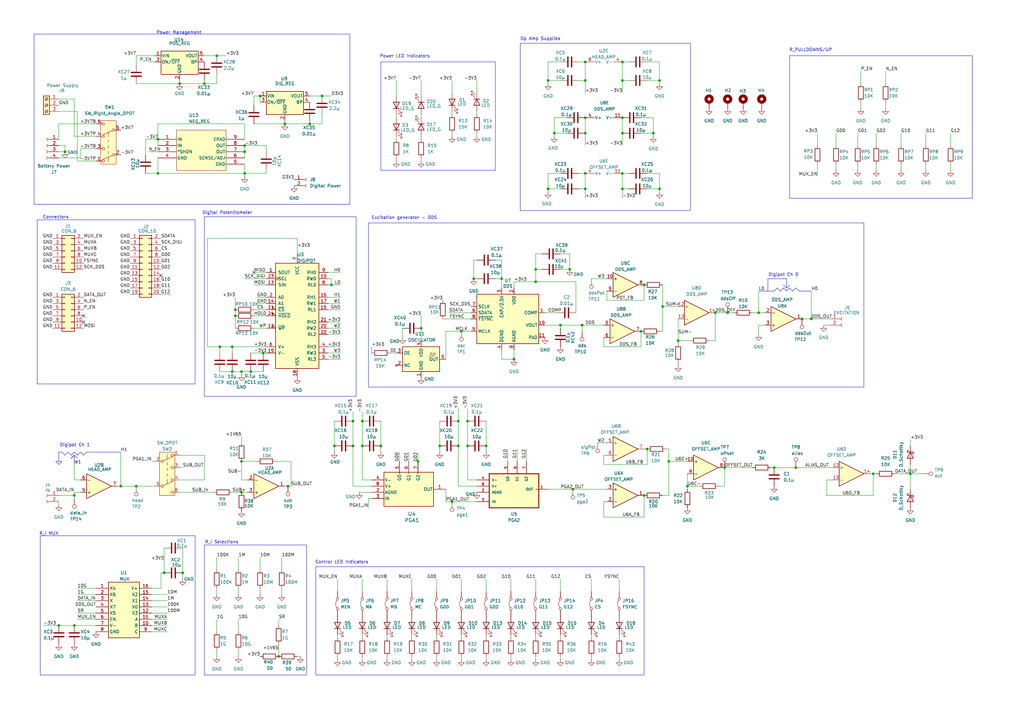
<source format=kicad_sch>
(kicad_sch (version 20231120) (generator "eeschema") (generator_version "8.0")
  (paper "A3")
  (title_block (title "Digital AC-DC EPG Prototype - Dual Rail") (date "2025-06-20") (rev "DR3") (company "Auburn/USDA | HMC ACE Lab"))
  (junction (at 240.03 71.12))
  (junction (at 233.68 110.49))
  (junction (at 311.15 128.27))
  (junction (at 271.78 125.73))
  (junction (at 293.37 128.27))
  (junction (at 64.77 71.12))
  (junction (at 30.48 203.2))
  (junction (at 156.21 182.88))
  (junction (at 358.14 194.31))
  (junction (at 116.84 50.8))
  (junction (at 373.38 194.31))
  (junction (at 274.32 189.23))
  (junction (at 67.31 234.95))
  (junction (at 210.82 147.32))
  (junction (at 255.27 25.4))
  (junction (at 240.03 33.02))
  (junction (at 255.27 77.47))
  (junction (at 180.34 182.88))
  (junction (at 194.31 114.3))
  (junction (at 99.06 152.4))
  (junction (at 99.06 189.23))
  (junction (at 90.17 142.24))
  (junction (at 189.23 135.89))
  (junction (at 96.52 129.54))
  (junction (at 199.39 182.88))
  (junction (at 100.33 62.23))
  (junction (at 185.42 205.74))
  (junction (at 229.87 133.35))
  (junction (at 298.45 128.27))
  (junction (at 64.77 57.15))
  (junction (at 135.89 116.84))
  (junction (at 187.96 172.72))
  (junction (at 191.77 172.72))
  (junction (at 240.03 54.61))
  (junction (at 96.52 127))
  (junction (at 227.33 54.61))
  (junction (at 219.71 110.49))
  (junction (at 187.96 182.88))
  (junction (at 148.59 172.72))
  (junction (at 83.82 34.29))
  (junction (at 265.43 184.15))
  (junction (at 317.5 191.77))
  (junction (at 270.51 33.02))
  (junction (at 107.95 144.78))
  (junction (at 267.97 54.61))
  (junction (at 118.11 199.39))
  (junction (at 328.93 130.81))
  (junction (at 326.39 191.77))
  (junction (at 95.25 152.4))
  (junction (at 106.68 39.37))
  (junction (at 297.18 191.77))
  (junction (at 74.93 234.95))
  (junction (at 100.33 71.12))
  (junction (at 99.06 201.93))
  (junction (at 191.77 182.88))
  (junction (at 255.27 33.02))
  (junction (at 264.16 116.84))
  (junction (at 255.27 48.26))
  (junction (at 205.74 114.3))
  (junction (at 255.27 71.12))
  (junction (at 148.59 182.88))
  (junction (at 55.88 199.39))
  (junction (at 240.03 77.47))
  (junction (at 255.27 54.61))
  (junction (at 100.33 59.69))
  (junction (at 49.53 199.39))
  (junction (at 137.16 182.88))
  (junction (at 95.25 142.24))
  (junction (at 219.71 115.57))
  (junction (at 238.76 133.35))
  (junction (at 24.13 256.54))
  (junction (at 132.08 39.37))
  (junction (at 172.72 134.62))
  (junction (at 73.66 34.29))
  (junction (at 30.48 256.54))
  (junction (at 262.89 135.89))
  (junction (at 234.95 200.66))
  (junction (at 270.51 77.47))
  (junction (at 278.13 139.7))
  (junction (at 240.03 25.4))
  (junction (at 224.79 33.02))
  (junction (at 171.45 189.23))
  (junction (at 281.94 199.39))
  (junction (at 114.3 269.24))
  (junction (at 102.87 152.4))
  (junction (at 144.78 182.88))
  (junction (at 127 50.8))
  (junction (at 224.79 77.47))
  (junction (at 264.16 203.2))
  (junction (at 26.67 62.23))
  (junction (at 332.74 130.81))
  (junction (at 88.9 22.86))
  (junction (at 144.78 172.72))
  (junction (at 240.03 48.26))
  (no_connect (at 34.29 132.08))
  (no_connect (at 104.14 111.76))
  (no_connect (at 34.29 129.54))
  (no_connect (at 66.04 113.03))
  (wire (pts (xy 59.69 57.15) (xy 64.77 57.15)))
  (wire (pts (xy 144.78 199.39) (xy 152.4 199.39)))
  (wire (pts (xy 199.39 182.88) (xy 199.39 185.42)))
  (wire (pts (xy 229.87 25.4) (xy 224.79 25.4)))
  (polyline (pts (xy 322.58 118.11) (xy 323.85 116.84)))
  (wire (pts (xy 180.34 182.88) (xy 180.34 185.42)))
  (wire (pts (xy 121.92 97.79) (xy 121.92 104.14)))
  (wire (pts (xy 229.87 133.35) (xy 238.76 133.35)))
  (wire (pts (xy 287.02 199.39) (xy 281.94 199.39)))
  (wire (pts (xy 55.88 26.67) (xy 55.88 22.86)))
  (wire (pts (xy 254 260.35) (xy 254 261.62)))
  (wire (pts (xy 182.88 135.89) (xy 182.88 147.32)))
  (wire (pts (xy 73.66 186.69) (xy 83.82 186.69)))
  (wire (pts (xy 189.23 260.35) (xy 189.23 261.62)))
  (wire (pts (xy 31.75 66.04) (xy 39.37 66.04)))
  (wire (pts (xy 156.21 182.88) (xy 156.21 185.42)))
  (wire (pts (xy 172.72 129.54) (xy 172.72 134.62)))
  (wire (pts (xy 62.23 251.46) (xy 68.58 251.46)))
  (wire (pts (xy 31.75 241.3) (xy 39.37 241.3)))
  (wire (pts (xy 262.89 48.26) (xy 267.97 48.26)))
  (wire (pts (xy 294.64 199.39) (xy 297.18 199.39)))
  (wire (pts (xy 210.82 115.57) (xy 210.82 118.11)))
  (wire (pts (xy 31.75 243.84) (xy 39.37 243.84)))
  (wire (pts (xy 240.03 77.47) (xy 240.03 71.12)))
  (wire (pts (xy 195.58 54.61) (xy 195.58 55.88)))
  (wire (pts (xy 245.11 181.61) (xy 248.92 181.61)))
  (wire (pts (xy 55.88 22.86) (xy 63.5 22.86)))
  (wire (pts (xy 353.06 41.91) (xy 353.06 44.45)))
  (wire (pts (xy 62.23 243.84) (xy 68.58 243.84)))
  (polyline (pts (xy 34.29 186.69) (xy 35.56 185.42)))
  (polyline (pts (xy 29.21 186.69) (xy 27.94 185.42)))
  (wire (pts (xy 339.09 203.2) (xy 358.14 203.2)))
  (wire (pts (xy 205.74 147.32) (xy 205.74 143.51)))
  (polyline (pts (xy 322.58 114.3) (xy 322.58 118.11)))
  (wire (pts (xy 121.92 97.79) (xy 85.09 97.79)))
  (wire (pts (xy 255.27 77.47) (xy 257.81 77.47)))
  (wire (pts (xy 199.39 237.49) (xy 199.39 242.57)))
  (wire (pts (xy 95.25 142.24) (xy 95.25 144.78)))
  (wire (pts (xy 160.02 144.78) (xy 162.56 144.78)))
  (wire (pts (xy 167.64 185.42) (xy 167.64 189.23)))
  (wire (pts (xy 95.25 142.24) (xy 109.22 142.24)))
  (wire (pts (xy 247.65 190.5) (xy 265.43 190.5)))
  (wire (pts (xy 73.66 196.85) (xy 83.82 196.85)))
  (wire (pts (xy 219.71 269.24) (xy 219.71 270.51)))
  (wire (pts (xy 152.4 142.24) (xy 152.4 144.78)))
  (wire (pts (xy 224.79 77.47) (xy 224.79 78.74)))
  (wire (pts (xy 369.57 54.61) (xy 369.57 59.69)))
  (wire (pts (xy 127 39.37) (xy 132.08 39.37)))
  (wire (pts (xy 281.94 199.39) (xy 281.94 200.66)))
  (wire (pts (xy 240.03 33.02) (xy 240.03 38.1)))
  (wire (pts (xy 31.75 246.38) (xy 39.37 246.38)))
  (wire (pts (xy 229.87 269.24) (xy 229.87 270.51)))
  (wire (pts (xy 267.97 54.61) (xy 267.97 55.88)))
  (wire (pts (xy 104.14 127) (xy 109.22 127)))
  (wire (pts (xy 118.11 199.39) (xy 119.38 199.39)))
  (wire (pts (xy 137.16 182.88) (xy 137.16 185.42)))
  (wire (pts (xy 151.13 204.47) (xy 152.4 204.47)))
  (wire (pts (xy 389.89 54.61) (xy 389.89 59.69)))
  (polyline (pts (xy 24.13 190.5) (xy 25.4 189.23)))
  (wire (pts (xy 270.51 34.29) (xy 270.51 33.02)))
  (wire (pts (xy 31.75 254) (xy 39.37 254)))
  (wire (pts (xy 31.75 45.72) (xy 31.75 66.04)))
  (wire (pts (xy 255.27 25.4) (xy 257.81 25.4)))
  (wire (pts (xy 99.06 152.4) (xy 102.87 152.4)))
  (wire (pts (xy 247.65 205.74) (xy 247.65 212.09)))
  (wire (pts (xy 379.73 67.31) (xy 379.73 69.85)))
  (wire (pts (xy 30.48 201.93) (xy 33.02 201.93)))
  (wire (pts (xy 209.55 237.49) (xy 209.55 242.57)))
  (wire (pts (xy 100.33 57.15) (xy 100.33 50.8)))
  (polyline (pts (xy 24.13 185.42) (xy 24.13 189.23)))
  (wire (pts (xy 210.82 143.51) (xy 210.82 147.32)))
  (wire (pts (xy 227.33 54.61) (xy 227.33 55.88)))
  (polyline (pts (xy 31.75 186.69) (xy 33.02 185.42)))
  (wire (pts (xy 278.13 139.7) (xy 283.21 139.7)))
  (wire (pts (xy 363.22 41.91) (xy 363.22 44.45)))
  (wire (pts (xy 100.33 72.39) (xy 100.33 71.12)))
  (wire (pts (xy 109.22 69.85) (xy 109.22 71.12)))
  (wire (pts (xy 222.25 110.49) (xy 219.71 110.49)))
  (wire (pts (xy 137.16 172.72) (xy 137.16 182.88)))
  (wire (pts (xy 114.3 254) (xy 114.3 256.54)))
  (wire (pts (xy 229.87 260.35) (xy 229.87 261.62)))
  (wire (pts (xy 369.57 67.31) (xy 369.57 69.85)))
  (wire (pts (xy 64.77 50.8) (xy 64.77 57.15)))
  (wire (pts (xy 172.72 55.88) (xy 172.72 57.15)))
  (wire (pts (xy 66.04 234.95) (xy 66.04 241.3)))
  (wire (pts (xy 297.18 191.77) (xy 308.61 191.77)))
  (polyline (pts (xy 22.86 189.23) (xy 24.13 190.5)))
  (wire (pts (xy 205.74 147.32) (xy 210.82 147.32)))
  (wire (pts (xy 379.73 54.61) (xy 379.73 59.69)))
  (wire (pts (xy 187.96 167.64) (xy 187.96 172.72)))
  (wire (pts (xy 95.25 152.4) (xy 99.06 152.4)))
  (wire (pts (xy 227.33 48.26) (xy 227.33 54.61)))
  (wire (pts (xy 265.43 77.47) (xy 270.51 77.47)))
  (wire (pts (xy 248.92 205.74) (xy 247.65 205.74)))
  (wire (pts (xy 300.99 128.27) (xy 298.45 128.27)))
  (polyline (pts (xy 321.31 116.84) (xy 322.58 118.11)))
  (wire (pts (xy 121.92 269.24) (xy 123.19 269.24)))
  (wire (pts (xy 48.26 199.39) (xy 49.53 199.39)))
  (wire (pts (xy 191.77 167.64) (xy 191.77 172.72)))
  (wire (pts (xy 332.74 119.38) (xy 332.74 130.81)))
  (wire (pts (xy 90.17 152.4) (xy 95.25 152.4)))
  (wire (pts (xy 139.7 111.76) (xy 134.62 111.76)))
  (wire (pts (xy 96.52 127) (xy 96.52 129.54)))
  (wire (pts (xy 132.08 39.37) (xy 135.89 39.37)))
  (wire (pts (xy 139.7 142.24) (xy 134.62 142.24)))
  (wire (pts (xy 224.79 25.4) (xy 224.79 33.02)))
  (wire (pts (xy 101.6 196.85) (xy 99.06 196.85)))
  (wire (pts (xy 335.28 72.39) (xy 335.28 67.31)))
  (wire (pts (xy 265.43 184.15) (xy 264.16 184.15)))
  (polyline (pts (xy 327.66 119.38) (xy 332.74 119.38)))
  (wire (pts (xy 100.33 62.23) (xy 100.33 64.77)))
  (wire (pts (xy 195.58 106.68) (xy 194.31 106.68)))
  (wire (pts (xy 17.78 256.54) (xy 24.13 256.54)))
  (wire (pts (xy 100.33 59.69) (xy 109.22 59.69)))
  (wire (pts (xy 171.45 193.04) (xy 171.45 189.23)))
  (wire (pts (xy 254 269.24) (xy 254 270.51)))
  (wire (pts (xy 187.96 199.39) (xy 195.58 199.39)))
  (wire (pts (xy 104.14 39.37) (xy 106.68 39.37)))
  (wire (pts (xy 335.28 59.69) (xy 335.28 54.61)))
  (wire (pts (xy 236.22 115.57) (xy 236.22 128.27)))
  (wire (pts (xy 162.56 64.77) (xy 162.56 66.04)))
  (wire (pts (xy 30.48 201.93) (xy 30.48 203.2)))
  (wire (pts (xy 189.23 237.49) (xy 189.23 242.57)))
  (wire (pts (xy 270.51 77.47) (xy 270.51 78.74)))
  (wire (pts (xy 264.16 212.09) (xy 264.16 203.2)))
  (wire (pts (xy 102.87 152.4) (xy 107.95 152.4)))
  (wire (pts (xy 255.27 77.47) (xy 255.27 71.12)))
  (wire (pts (xy 62.23 256.54) (xy 68.58 256.54)))
  (wire (pts (xy 189.23 135.89) (xy 193.04 135.89)))
  (wire (pts (xy 115.57 228.6) (xy 115.57 233.68)))
  (wire (pts (xy 317.5 191.77) (xy 326.39 191.77)))
  (wire (pts (xy 90.17 142.24) (xy 95.25 142.24)))
  (wire (pts (xy 265.43 33.02) (xy 270.51 33.02)))
  (wire (pts (xy 151.13 208.28) (xy 151.13 204.47)))
  (wire (pts (xy 247.65 142.24) (xy 262.89 142.24)))
  (wire (pts (xy 209.55 269.24) (xy 209.55 270.51)))
  (wire (pts (xy 172.72 33.02) (xy 172.72 39.37)))
  (wire (pts (xy 219.71 104.14) (xy 222.25 104.14)))
  (wire (pts (xy 237.49 71.12) (xy 240.03 71.12)))
  (wire (pts (xy 242.57 237.49) (xy 242.57 242.57)))
  (wire (pts (xy 179.07 260.35) (xy 179.07 261.62)))
  (polyline (pts (xy 30.48 186.69) (xy 30.48 189.23)))
  (wire (pts (xy 328.93 130.81) (xy 332.74 130.81)))
  (wire (pts (xy 255.27 25.4) (xy 255.27 33.02)))
  (wire (pts (xy 148.59 237.49) (xy 148.59 242.57)))
  (polyline (pts (xy 26.67 186.69) (xy 27.94 185.42)))
  (wire (pts (xy 271.78 135.89) (xy 271.78 125.73)))
  (wire (pts (xy 191.77 196.85) (xy 195.58 196.85)))
  (wire (pts (xy 24.13 205.74) (xy 24.13 207.01)))
  (polyline (pts (xy 325.12 119.38) (xy 326.39 118.11)))
  (wire (pts (xy 227.33 54.61) (xy 232.41 54.61)))
  (wire (pts (xy 24.13 59.69) (xy 26.67 59.69)))
  (wire (pts (xy 212.09 184.15) (xy 212.09 189.23)))
  (wire (pts (xy 135.89 116.84) (xy 134.62 116.84)))
  (polyline (pts (xy 321.31 118.11) (xy 322.58 119.38)))
  (wire (pts (xy 99.06 179.07) (xy 99.06 181.61)))
  (wire (pts (xy 55.88 34.29) (xy 73.66 34.29)))
  (wire (pts (xy 99.06 153.67) (xy 99.06 152.4)))
  (wire (pts (xy 139.7 144.78) (xy 134.62 144.78)))
  (wire (pts (xy 215.9 184.15) (xy 215.9 189.23)))
  (wire (pts (xy 30.48 203.2) (xy 30.48 204.47)))
  (wire (pts (xy 191.77 172.72) (xy 191.77 182.88)))
  (wire (pts (xy 373.38 180.34) (xy 373.38 182.88)))
  (wire (pts (xy 127 50.8) (xy 132.08 50.8)))
  (wire (pts (xy 224.79 71.12) (xy 224.79 77.47)))
  (wire (pts (xy 24.13 40.64) (xy 30.48 40.64)))
  (wire (pts (xy 88.9 30.48) (xy 88.9 34.29)))
  (wire (pts (xy 339.09 196.85) (xy 339.09 203.2)))
  (wire (pts (xy 195.58 38.1) (xy 195.58 33.02)))
  (wire (pts (xy 184.15 128.27) (xy 193.04 128.27)))
  (wire (pts (xy 95.25 201.93) (xy 99.06 201.93)))
  (wire (pts (xy 351.79 67.31) (xy 351.79 69.85)))
  (wire (pts (xy 49.53 185.42) (xy 49.53 199.39)))
  (wire (pts (xy 240.03 48.26) (xy 240.03 54.61)))
  (wire (pts (xy 162.56 55.88) (xy 162.56 57.15)))
  (wire (pts (xy 199.39 269.24) (xy 199.39 270.51)))
  (wire (pts (xy 96.52 121.92) (xy 96.52 127)))
  (wire (pts (xy 237.49 25.4) (xy 240.03 25.4)))
  (wire (pts (xy 205.74 118.11) (xy 205.74 114.3)))
  (wire (pts (xy 83.82 196.85) (xy 83.82 186.69)))
  (wire (pts (xy 30.48 40.64) (xy 30.48 55.88)))
  (wire (pts (xy 358.14 203.2) (xy 358.14 194.31)))
  (wire (pts (xy 199.39 172.72) (xy 199.39 182.88)))
  (wire (pts (xy 116.84 50.8) (xy 127 50.8)))
  (polyline (pts (xy 323.85 118.11) (xy 325.12 119.38)))
  (wire (pts (xy 267.97 48.26) (xy 267.97 54.61)))
  (wire (pts (xy 240.03 77.47) (xy 240.03 81.28)))
  (polyline (pts (xy 320.04 119.38) (xy 321.31 118.11)))
  (wire (pts (xy 62.23 248.92) (xy 68.58 248.92)))
  (wire (pts (xy 191.77 182.88) (xy 191.77 196.85)))
  (wire (pts (xy 223.52 128.27) (xy 228.6 128.27)))
  (wire (pts (xy 353.06 29.21) (xy 353.06 34.29)))
  (wire (pts (xy 265.43 71.12) (xy 270.51 71.12)))
  (polyline (pts (xy 318.77 118.11) (xy 320.04 119.38)))
  (wire (pts (xy 172.72 46.99) (xy 172.72 48.26)))
  (wire (pts (xy 158.75 237.49) (xy 158.75 242.57)))
  (wire (pts (xy 278.13 139.7) (xy 278.13 140.97)))
  (wire (pts (xy 271.78 116.84) (xy 271.78 125.73)))
  (wire (pts (xy 311.15 128.27) (xy 313.69 128.27)))
  (wire (pts (xy 270.51 25.4) (xy 270.51 33.02)))
  (wire (pts (xy 100.33 71.12) (xy 109.22 71.12)))
  (wire (pts (xy 313.69 133.35) (xy 311.15 133.35)))
  (wire (pts (xy 33.02 196.85) (xy 30.48 196.85)))
  (wire (pts (xy 281.94 194.31) (xy 281.94 199.39)))
  (wire (pts (xy 199.39 260.35) (xy 199.39 261.62)))
  (wire (pts (xy 262.89 54.61) (xy 267.97 54.61)))
  (wire (pts (xy 247.65 212.09) (xy 264.16 212.09)))
  (wire (pts (xy 83.82 22.86) (xy 88.9 22.86)))
  (wire (pts (xy 264.16 123.19) (xy 264.16 116.84)))
  (wire (pts (xy 100.33 59.69) (xy 100.33 62.23)))
  (wire (pts (xy 148.59 182.88) (xy 148.59 196.85)))
  (wire (pts (xy 205.74 106.68) (xy 203.2 106.68)))
  (wire (pts (xy 148.59 196.85) (xy 152.4 196.85)))
  (wire (pts (xy 359.41 54.61) (xy 359.41 59.69)))
  (wire (pts (xy 62.23 254) (xy 68.58 254)))
  (wire (pts (xy 24.13 45.72) (xy 31.75 45.72)))
  (wire (pts (xy 74.93 237.49) (xy 74.93 234.95)))
  (wire (pts (xy 59.69 71.12) (xy 64.77 71.12)))
  (wire (pts (xy 242.57 114.3) (xy 248.92 114.3)))
  (wire (pts (xy 168.91 269.24) (xy 168.91 270.51)))
  (polyline (pts (xy 24.13 185.42) (xy 25.4 185.42)))
  (wire (pts (xy 208.28 184.15) (xy 208.28 189.23)))
  (wire (pts (xy 152.4 201.93) (xy 147.32 201.93)))
  (wire (pts (xy 90.17 142.24) (xy 90.17 144.78)))
  (polyline (pts (xy 26.67 186.69) (xy 25.4 185.42)))
  (wire (pts (xy 104.14 111.76) (xy 109.22 111.76)))
  (wire (pts (xy 62.23 246.38) (xy 68.58 246.38)))
  (wire (pts (xy 62.23 259.08) (xy 68.58 259.08)))
  (wire (pts (xy 274.32 184.15) (xy 274.32 189.23)))
  (wire (pts (xy 26.67 59.69) (xy 26.67 62.23)))
  (wire (pts (xy 297.18 191.77) (xy 297.18 199.39)))
  (wire (pts (xy 88.9 241.3) (xy 88.9 243.84)))
  (wire (pts (xy 247.65 186.69) (xy 247.65 190.5)))
  (wire (pts (xy 182.88 200.66) (xy 182.88 205.74)))
  (wire (pts (xy 104.14 50.8) (xy 116.84 50.8)))
  (polyline (pts (xy 35.56 185.42) (xy 49.53 185.42)))
  (wire (pts (xy 189.23 269.24) (xy 189.23 270.51)))
  (wire (pts (xy 339.09 196.85) (xy 341.63 196.85)))
  (wire (pts (xy 332.74 130.81) (xy 340.36 130.81)))
  (wire (pts (xy 185.42 205.74) (xy 195.58 205.74)))
  (wire (pts (xy 242.57 260.35) (xy 242.57 261.62)))
  (wire (pts (xy 31.75 251.46) (xy 39.37 251.46)))
  (wire (pts (xy 139.7 127) (xy 134.62 127)))
  (wire (pts (xy 219.71 115.57) (xy 236.22 115.57)))
  (polyline (pts (xy 326.39 118.11) (xy 327.66 119.38)))
  (wire (pts (xy 97.79 266.7) (xy 97.79 269.24)))
  (wire (pts (xy 99.06 189.23) (xy 105.41 189.23)))
  (polyline (pts (xy 22.86 189.23) (xy 24.13 189.23)))
  (polyline (pts (xy 314.96 114.3) (xy 321.31 114.3)))
  (wire (pts (xy 24.13 64.77) (xy 33.02 64.77)))
  (wire (pts (xy 114.3 264.16) (xy 114.3 269.24)))
  (wire (pts (xy 74.93 191.77) (xy 73.66 191.77)))
  (wire (pts (xy 363.22 29.21) (xy 363.22 34.29)))
  (wire (pts (xy 85.09 97.79) (xy 85.09 142.24)))
  (wire (pts (xy 271.78 125.73) (xy 278.13 125.73)))
  (wire (pts (xy 187.96 172.72) (xy 187.96 182.88)))
  (wire (pts (xy 265.43 25.4) (xy 270.51 25.4)))
  (wire (pts (xy 237.49 33.02) (xy 240.03 33.02)))
  (wire (pts (xy 240.03 25.4) (xy 240.03 33.02)))
  (wire (pts (xy 73.66 34.29) (xy 83.82 34.29)))
  (wire (pts (xy 219.71 260.35) (xy 219.71 261.62)))
  (wire (pts (xy 64.77 71.12) (xy 100.33 71.12)))
  (wire (pts (xy 247.65 138.43) (xy 247.65 142.24)))
  (wire (pts (xy 158.75 269.24) (xy 158.75 270.51)))
  (wire (pts (xy 278.13 130.81) (xy 278.13 139.7)))
  (wire (pts (xy 181.61 130.81) (xy 193.04 130.81)))
  (wire (pts (xy 64.77 64.77) (xy 64.77 71.12)))
  (wire (pts (xy 158.75 260.35) (xy 158.75 261.62)))
  (wire (pts (xy 358.14 194.31) (xy 356.87 194.31)))
  (wire (pts (xy 30.48 256.54) (xy 39.37 256.54)))
  (wire (pts (xy 73.66 201.93) (xy 87.63 201.93)))
  (polyline (pts (xy 24.13 189.23) (xy 25.4 189.23)))
  (wire (pts (xy 224.79 77.47) (xy 229.87 77.47)))
  (wire (pts (xy 229.87 110.49) (xy 233.68 110.49)))
  (wire (pts (xy 107.95 144.78) (xy 109.22 144.78)))
  (wire (pts (xy 233.68 104.14) (xy 233.68 110.49)))
  (wire (pts (xy 229.87 71.12) (xy 224.79 71.12)))
  (wire (pts (xy 134.62 114.3) (xy 135.89 114.3)))
  (wire (pts (xy 24.13 256.54) (xy 30.48 256.54)))
  (wire (pts (xy 119.38 189.23) (xy 119.38 199.39)))
  (wire (pts (xy 224.79 33.02) (xy 229.87 33.02)))
  (wire (pts (xy 182.88 135.89) (xy 189.23 135.89)))
  (wire (pts (xy 139.7 124.46) (xy 134.62 124.46)))
  (wire (pts (xy 139.7 116.84) (xy 135.89 116.84)))
  (wire (pts (xy 163.83 185.42) (xy 163.83 189.23)))
  (wire (pts (xy 255.27 33.02) (xy 257.81 33.02)))
  (wire (pts (xy 242.57 269.24) (xy 242.57 270.51)))
  (polyline (pts (xy 31.75 186.69) (xy 30.48 185.42)))
  (wire (pts (xy 59.69 57.15) (xy 59.69 63.5)))
  (wire (pts (xy 240.03 54.61) (xy 240.03 59.69)))
  (wire (pts (xy 203.2 114.3) (xy 205.74 114.3)))
  (wire (pts (xy 185.42 45.72) (xy 185.42 46.99)))
  (wire (pts (xy 62.23 189.23) (xy 63.5 189.23)))
  (wire (pts (xy 97.79 228.6) (xy 97.79 233.68)))
  (wire (pts (xy 262.89 142.24) (xy 262.89 135.89)))
  (wire (pts (xy 342.9 54.61) (xy 342.9 59.69)))
  (wire (pts (xy 162.56 33.02) (xy 162.56 39.37)))
  (wire (pts (xy 185.42 33.02) (xy 185.42 38.1)))
  (wire (pts (xy 255.27 48.26) (xy 255.27 54.61)))
  (wire (pts (xy 168.91 237.49) (xy 168.91 242.57)))
  (wire (pts (xy 113.03 189.23) (xy 119.38 189.23)))
  (wire (pts (xy 60.96 62.23) (xy 64.77 62.23)))
  (wire (pts (xy 24.13 203.2) (xy 30.48 203.2)))
  (wire (pts (xy 210.82 115.57) (xy 219.71 115.57)))
  (wire (pts (xy 229.87 104.14) (xy 233.68 104.14)))
  (wire (pts (xy 97.79 254) (xy 97.79 259.08)))
  (wire (pts (xy 255.27 33.02) (xy 255.27 38.1)))
  (wire (pts (xy 274.32 189.23) (xy 281.94 189.23)))
  (wire (pts (xy 88.9 228.6) (xy 88.9 233.68)))
  (polyline (pts (xy 322.58 119.38) (xy 323.85 118.11)))
  (wire (pts (xy 115.57 241.3) (xy 115.57 243.84)))
  (wire (pts (xy 219.71 237.49) (xy 219.71 242.57)))
  (wire (pts (xy 85.09 142.24) (xy 90.17 142.24)))
  (wire (pts (xy 30.48 55.88) (xy 39.37 55.88)))
  (wire (pts (xy 205.74 106.68) (xy 205.74 114.3)))
  (wire (pts (xy 359.41 67.31) (xy 359.41 69.85)))
  (wire (pts (xy 156.21 172.72) (xy 156.21 182.88)))
  (wire (pts (xy 30.48 190.5) (xy 30.48 196.85)))
  (wire (pts (xy 99.06 201.93) (xy 101.6 201.93)))
  (wire (pts (xy 223.52 133.35) (xy 229.87 133.35)))
  (wire (pts (xy 139.7 121.92) (xy 134.62 121.92)))
  (wire (pts (xy 83.82 34.29) (xy 88.9 34.29)))
  (wire (pts (xy 224.79 200.66) (xy 234.95 200.66)))
  (wire (pts (xy 195.58 45.72) (xy 195.58 46.99)))
  (wire (pts (xy 66.04 120.65) (xy 69.85 120.65)))
  (wire (pts (xy 229.87 133.35) (xy 229.87 134.62)))
  (wire (pts (xy 270.51 135.89) (xy 271.78 135.89)))
  (wire (pts (xy 232.41 48.26) (xy 227.33 48.26)))
  (wire (pts (xy 24.13 50.8) (xy 39.37 50.8)))
  (polyline (pts (xy 317.5 119.38) (xy 318.77 118.11)))
  (polyline (pts (xy 30.48 189.23) (xy 30.48 190.5)))
  (wire (pts (xy 273.05 184.15) (xy 274.32 184.15)))
  (wire (pts (xy 97.79 241.3) (xy 97.79 243.84)))
  (polyline (pts (xy 30.48 186.69) (xy 31.75 187.96)))
  (wire (pts (xy 66.04 241.3) (xy 62.23 241.3)))
  (wire (pts (xy 116.84 199.39) (xy 118.11 199.39)))
  (wire (pts (xy 106.68 39.37) (xy 106.68 41.91)))
  (wire (pts (xy 234.95 200.66) (xy 248.92 200.66)))
  (polyline (pts (xy 29.21 186.69) (xy 30.48 185.42)))
  (wire (pts (xy 238.76 135.89) (xy 238.76 133.35)))
  (wire (pts (xy 172.72 134.62) (xy 172.72 139.7)))
  (wire (pts (xy 278.13 148.59) (xy 278.13 149.86)))
  (wire (pts (xy 224.79 33.02) (xy 224.79 34.29)))
  (wire (pts (xy 373.38 194.31) (xy 373.38 190.5)))
  (wire (pts (xy 24.13 62.23) (xy 26.67 62.23)))
  (wire (pts (xy 106.68 228.6) (xy 106.68 233.68)))
  (wire (pts (xy 209.55 260.35) (xy 209.55 261.62)))
  (wire (pts (xy 88.9 22.86) (xy 92.71 22.86)))
  (wire (pts (xy 290.83 139.7) (xy 293.37 139.7)))
  (wire (pts (xy 73.66 33.02) (xy 73.66 34.29)))
  (wire (pts (xy 148.59 172.72) (xy 148.59 182.88)))
  (polyline (pts (xy 314.96 114.3) (xy 314.96 119.38)))
  (wire (pts (xy 342.9 67.31) (xy 342.9 69.85)))
  (wire (pts (xy 373.38 194.31) (xy 373.38 200.66)))
  (wire (pts (xy 255.27 77.47) (xy 255.27 81.28)))
  (wire (pts (xy 255.27 54.61) (xy 255.27 59.69)))
  (wire (pts (xy 389.89 67.31) (xy 389.89 69.85)))
  (wire (pts (xy 33.02 64.77) (xy 33.02 60.96)))
  (polyline (pts (xy 34.29 186.69) (xy 33.02 185.42)))
  (wire (pts (xy 326.39 191.77) (xy 341.63 191.77)))
  (wire (pts (xy 144.78 182.88) (xy 144.78 199.39)))
  (wire (pts (xy 238.76 133.35) (xy 247.65 133.35)))
  (wire (pts (xy 64.77 57.15) (xy 64.77 59.69)))
  (wire (pts (xy 138.43 237.49) (xy 138.43 242.57)))
  (wire (pts (xy 162.56 46.99) (xy 162.56 48.26)))
  (wire (pts (xy 195.58 114.3) (xy 194.31 114.3)))
  (wire (pts (xy 100.33 50.8) (xy 64.77 50.8)))
  (wire (pts (xy 105.41 121.92) (xy 109.22 121.92)))
  (wire (pts (xy 102.87 144.78) (xy 107.95 144.78)))
  (wire (pts (xy 172.72 64.77) (xy 172.72 66.04)))
  (wire (pts (xy 179.07 237.49) (xy 179.07 242.57)))
  (wire (pts (xy 104.14 43.18) (xy 104.14 39.37)))
  (wire (pts (xy 351.79 54.61) (xy 351.79 59.69)))
  (wire (pts (xy 55.88 199.39) (xy 63.5 199.39)))
  (wire (pts (xy 187.96 182.88) (xy 187.96 199.39)))
  (wire (pts (xy 229.87 237.49) (xy 229.87 242.57)))
  (wire (pts (xy 311.15 133.35) (xy 311.15 137.16)))
  (wire (pts (xy 179.07 269.24) (xy 179.07 270.51)))
  (wire (pts (xy 105.41 124.46) (xy 109.22 124.46)))
  (polyline (pts (xy 29.21 187.96) (xy 30.48 186.69)))
  (polyline (pts (xy 321.31 114.3) (xy 322.58 114.3)))
  (wire (pts (xy 367.03 194.31) (xy 373.38 194.31)))
  (wire (pts (xy 139.7 134.62) (xy 134.62 134.62)))
  (wire (pts (xy 340.36 133.35) (xy 337.82 133.35)))
  (wire (pts (xy 219.71 110.49) (xy 219.71 115.57)))
  (wire (pts (xy 148.59 168.91) (xy 148.59 172.72)))
  (wire (pts (xy 60.96 25.4) (xy 63.5 25.4)))
  (wire (pts (xy 138.43 260.35) (xy 138.43 261.62)))
  (wire (pts (xy 144.78 172.72) (xy 144.78 182.88)))
  (wire (pts (xy 311.15 119.38) (xy 311.15 128.27)))
  (wire (pts (xy 293.37 128.27) (xy 298.45 128.27)))
  (wire (pts (xy 180.34 172.72) (xy 180.34 182.88)))
  (wire (pts (xy 83.82 33.02) (xy 83.82 34.29)))
  (wire (pts (xy 88.9 254) (xy 88.9 259.08)))
  (wire (pts (xy 255.27 71.12) (xy 257.81 71.12)))
  (wire (pts (xy 33.02 60.96) (xy 39.37 60.96)))
  (wire (pts (xy 271.78 203.2) (xy 274.32 203.2)))
  (wire (pts (xy 270.51 71.12) (xy 270.51 77.47)))
  (wire (pts (xy 96.52 129.54) (xy 96.52 134.62)))
  (wire (pts (xy 373.38 194.31) (xy 378.46 194.31)))
  (wire (pts (xy 139.7 132.08) (xy 134.62 132.08)))
  (wire (pts (xy 99.06 189.23) (xy 99.06 196.85)))
  (wire (pts (xy 49.53 199.39) (xy 55.88 199.39)))
  (wire (pts (xy 148.59 269.24) (xy 148.59 270.51)))
  (wire (pts (xy 100.33 114.3) (xy 109.22 114.3)))
  (wire (pts (xy 237.49 77.47) (xy 240.03 77.47)))
  (wire (pts (xy 67.31 234.95) (xy 66.04 234.95)))
  (wire (pts (xy 144.78 168.91) (xy 144.78 172.72)))
  (wire (pts (xy 168.91 260.35) (xy 168.91 261.62)))
  (wire (pts (xy 316.23 191.77) (xy 317.5 191.77)))
  (wire (pts (xy 104.14 134.62) (xy 109.22 134.62)))
  (wire (pts (xy 135.89 114.3) (xy 135.89 116.84)))
  (wire (pts (xy 74.93 224.79) (xy 74.93 234.95)))
  (wire (pts (xy 24.13 57.15) (xy 24.13 50.8)))
  (wire (pts (xy 88.9 266.7) (xy 88.9 269.24)))
  (wire (pts (xy 132.08 46.99) (xy 132.08 50.8)))
  (wire (pts (xy 185.42 54.61) (xy 185.42 55.88)))
  (wire (pts (xy 219.71 104.14) (xy 219.71 110.49)))
  (wire (pts (xy 139.7 147.32) (xy 134.62 147.32)))
  (wire (pts (xy 165.1 138.43) (xy 165.1 134.62)))
  (wire (pts (xy 293.37 139.7) (xy 293.37 128.27)))
  (wire (pts (xy 182.88 205.74) (xy 185.42 205.74)))
  (wire (pts (xy 274.32 189.23) (xy 274.32 203.2)))
  (wire (pts (xy 194.31 106.68) (xy 194.31 114.3)))
  (wire (pts (xy 104.14 116.84) (xy 109.22 116.84)))
  (wire (pts (xy 308.61 128.27) (xy 311.15 128.27)))
  (wire (pts (xy 109.22 59.69) (xy 109.22 62.23)))
  (polyline (pts (xy 29.21 187.96) (xy 30.48 186.69)))
  (wire (pts (xy 116.84 49.53) (xy 116.84 50.8)))
  (wire (pts (xy 171.45 185.42) (xy 171.45 189.23)))
  (wire (pts (xy 248.92 123.19) (xy 248.92 119.38)))
  (wire (pts (xy 67.31 224.79) (xy 67.31 234.95)))
  (wire (pts (xy 127 49.53) (xy 127 50.8)))
  (wire (pts (xy 139.7 137.16) (xy 134.62 137.16)))
  (wire (pts (xy 100.33 71.12) (xy 100.33 67.31)))
  (wire (pts (xy 265.43 190.5) (xy 265.43 184.15)))
  (wire (pts (xy 254 237.49) (xy 254 242.57)))
  (wire (pts (xy 358.14 194.31) (xy 359.41 194.31)))
  (wire (pts (xy 248.92 123.19) (xy 264.16 123.19)))
  (wire (pts (xy 104.14 129.54) (xy 109.22 129.54)))
  (wire (pts (xy 248.92 186.69) (xy 247.65 186.69)))
  (polyline (pts (xy 311.15 119.38) (xy 317.5 119.38)))
  (wire (pts (xy 148.59 260.35) (xy 148.59 261.62)))
  (wire (pts (xy 138.43 269.24) (xy 138.43 270.51)))
  (wire (pts (xy 106.68 241.3) (xy 106.68 243.84)))
  (rectangle (start 83.82 223.52) (end 125.73 276.86))
  (rectangle (start 15.24 90.17) (end 80.01 157.48))
  (rectangle (start 13.97 13.97) (end 143.51 83.82))
  (rectangle (start 323.85 22.86) (end 398.78 81.28))
  (rectangle (start 156.21 25.4) (end 203.2 69.85))
  (rectangle (start 151.13 91.44) (end 354.33 158.75))
  (rectangle (start 129.54 232.41) (end 264.16 276.86))
  (rectangle (start 83.82 88.9) (end 146.05 162.56))
  (rectangle (start 213.36 17.78) (end 283.21 86.36))
  (rectangle (start 16.51 219.71) (end 80.01 276.86))
  (text "Digital Potentiometer\n" (at 93.218 87.376 0) (effects (font (size 1.27 1.27))))
  (text "Digipot Ch 1" (at 30.734 182.626 0) (effects (font (size 1.27 1.27))))
  (text "R_PULLDOWNS/UP" (at 332.486 20.574 0) (effects (font (size 1.27 1.27))))
  (text "Op Amp Supplies\n" (at 213.36 16.764 0) (effects (font (size 1.27 1.27)) (justify left bottom)))
  (text "Connectors\n" (at 22.86 89.154 0) (effects (font (size 1.27 1.27))))
  (text "Power LED Indicators\n" (at 155.702 23.876 0) (effects (font (size 1.27 1.27)) (justify left bottom)))
  (text "R_i Selections\n\n\n\n\n\n\n\n\n" (at 90.932 230.632 0) (effects (font (size 1.27 1.27))))
  (text "Power Management" (at 73.406 13.462 0) (effects (font (size 1.27 1.27))))
  (text "Digipot Ch 0" (at 321.31 112.776 0) (effects (font (size 1.27 1.27))))
  (text "Control LED Indicators" (at 140.208 230.632 0) (effects (font (size 1.27 1.27))))
  (text "R_i MUX\n" (at 20.066 218.948 0) (effects (font (size 1.27 1.27))))
  (text "Excitation generator - DDS\n\n" (at 152.4 92.202 0) (effects (font (size 1.27 1.27)) (justify left bottom)))
  (label "WP" (at 109.22 134.62 180))
  (label "G11" (at 219.71 237.49 180))
  (label "W1" (at 139.7 124.46 180))
  (label "GND" (at 21.59 100.33 180))
  (label "W2" (at 139.7 134.62 180))
  (label "-3V3" (at 255.27 38.1 180))
  (label "+3V3" (at 121.92 101.6 0))
  (label "DDS_OFF" (at 293.37 128.27 0))
  (label "100M" (at 68.58 251.46 0))
  (label "+3V3" (at 139.7 142.24 180))
  (label "+3V3" (at 240.03 59.69 0))
  (label "MOSI" (at 104.14 116.84 0))
  (label "-3V7P" (at 39.37 66.04 180))
  (label "G12" (at 69.85 120.65 180))
  (label "SDATA" (at 184.15 128.27 0))
  (label "MUX_EN" (at 31.75 254 0))
  (label "H0" (at 332.74 119.38 0))
  (label "G02" (at 359.41 54.61 0))
  (label "GND" (at 21.59 124.46 180))
  (label "+3V3" (at 181.61 123.19 180))
  (label "SUM-" (at 278.13 137.16 0))
  (label "+3V3" (at 187.96 167.64 90))
  (label "G10" (at 209.55 237.49 180))
  (label "DDS_OUT" (at 332.74 130.81 0))
  (label "SR" (at 31.75 251.46 0))
  (label "SDATA" (at 66.04 97.79 0))
  (label "10M" (at 68.58 243.84 0))
  (label "-3V7" (at 172.72 33.02 180))
  (label "OE" (at 160.02 144.78 0))
  (label "+3V3" (at 104.14 142.24 0))
  (label "P_EN" (at 62.23 25.4 180))
  (label "G00" (at 342.9 54.61 0))
  (label "CS" (at 66.04 102.87 0))
  (label "U6B_FB" (at 256.54 190.5 0))
  (label "GND" (at 53.34 120.65 180))
  (label "+3V3" (at 185.42 33.02 180))
  (label "10G" (at 31.75 241.3 0))
  (label "D3V3" (at 120.65 73.66 180))
  (label "SUM+" (at 273.05 125.73 0))
  (label "MUX_EN" (at 34.29 97.79 0))
  (label "SCK_DDS" (at 193.04 125.73 180))
  (label "D3V3" (at 135.89 39.37 0))
  (label "-3V3" (at 195.58 33.02 180))
  (label "DDS" (at 240.03 133.35 0))
  (label "1G" (at 88.9 254 0))
  (label "SUB-" (at 99.06 194.31 180))
  (label "FSYNC" (at 190.5 130.81 180))
  (label "PGA1_OUT" (at 182.88 205.74 0))
  (label "G01" (at 167.64 185.42 270))
  (label "COMP" (at 224.79 128.27 0))
  (label "+3V3" (at 335.28 54.61 180))
  (label "G02" (at 199.39 237.49 180))
  (label "GND" (at 21.59 127 180))
  (label "GND" (at 21.59 97.79 180))
  (label "H1" (at 49.53 185.42 0))
  (label "SUB+" (at 95.25 201.93 0))
  (label "+3V3" (at 172.72 129.54 180))
  (label "G00" (at 66.04 105.41 0))
  (label "SUB_OUT" (at 119.38 199.39 0))
  (label "GND" (at 53.34 107.95 180))
  (label "MOSI" (at 34.29 134.62 0))
  (label "+3V7" (at 49.53 53.34 0))
  (label "MUXA" (at 34.29 100.33 0))
  (label "-3V3" (at 148.59 168.91 90))
  (label "N_EN" (at 34.29 124.46 0))
  (label "-3V7" (at 49.53 63.5 0))
  (label "PGA2_OUT" (at 229.87 200.66 0))
  (label "W3" (at 245.11 114.3 0))
  (label "-3V3" (at 255.27 81.28 0))
  (label "G02" (at 171.45 185.42 270))
  (label "GND" (at 105.41 124.46 0))
  (label "GND" (at 21.59 121.92 180))
  (label "1G" (at 31.75 243.84 0))
  (label "+3V3" (at 92.71 22.86 0))
  (label "GND" (at 105.41 121.92 0))
  (label "N_EN" (at 363.22 29.21 0))
  (label "+3V3" (at 106.68 269.24 180))
  (label "G11" (at 379.73 54.61 0))
  (label "MISO" (at 104.14 111.76 0))
  (label "W1" (at 30.48 190.5 0))
  (label "G12" (at 215.9 184.15 270))
  (label "GND" (at 53.34 105.41 180))
  (label "CS" (at 105.41 127 0))
  (label "+3V7" (at 104.14 39.37 180))
  (label "MUXA" (at 148.59 237.49 180))
  (label "MUXC" (at 34.29 105.41 0))
  (label "GND" (at 21.59 110.49 180))
  (label "FSYNC" (at 34.29 107.95 0))
  (label "W3" (at 139.7 144.78 180))
  (label "G11" (at 212.09 184.15 270))
  (label "-3V7B" (at 39.37 60.96 180))
  (label "SCK_DIGI" (at 100.33 114.3 0))
  (label "H0" (at 139.7 111.76 180))
  (label "GND" (at 53.34 115.57 180))
  (label "+3V3" (at 67.31 229.87 180))
  (label "MUXB" (at 68.58 256.54 180))
  (label "-3V3" (at 139.7 137.16 180))
  (label "GND" (at 21.59 107.95 180))
  (label "+1V65" (at 99.06 179.07 180))
  (label "L0" (at 311.15 119.38 0))
  (label "100K" (at 88.9 228.6 0))
  (label "POT_FB" (at 252.73 123.19 0))
  (label "+3V3" (at 210.82 115.57 0))
  (label "+3V3" (at 152.4 142.24 0))
  (label "+3V3" (at 144.78 168.91 90))
  (label "10G" (at 97.79 254 0))
  (label "SCK_DIGI" (at 66.04 100.33 0))
  (label "G01" (at 351.79 54.61 0))
  (label "G02" (at 66.04 110.49 0))
  (label "PGA1_IN" (at 151.13 208.28 180))
  (label "DATA_OUT" (at 34.29 121.92 0))
  (label "U6C-" (at 281.94 199.39 0))
  (label "GND" (at 53.34 100.33 180))
  (label "+3V3" (at 139.7 132.08 180))
  (label "HOLD" (at 104.14 129.54 0))
  (label "+3V7" (at 55.88 22.86 180))
  (label "G00" (at 163.83 185.42 270))
  (label "+3V3" (at 240.03 81.28 0))
  (label "100K" (at 68.58 248.92 0))
  (label "MCLK" (at 186.69 135.89 0))
  (label "-3V3" (at 139.7 147.32 180))
  (label "G01" (at 189.23 237.49 180))
  (label "DATA_OUT" (at 367.03 194.31 0))
  (label "GND" (at 53.34 102.87 180))
  (label "1M" (at 97.79 228.6 0))
  (label "DATA_IN" (at 31.75 246.38 0))
  (label "GND" (at 53.34 118.11 180))
  (label "GND" (at 53.34 110.49 180))
  (label "H1" (at 139.7 121.92 180))
  (label "G12" (at 229.87 237.49 180))
  (label "G10" (at 208.28 184.15 270))
  (label "SR" (at 114.3 254 0))
  (label "+1V65" (at 114.3 266.7 180))
  (label "G00" (at 179.07 237.49 180))
  (label "N_EN" (at 60.96 62.23 0))
  (label "DATA_IN" (at 30.48 201.93 180))
  (label "GND" (at 53.34 113.03 180))
  (label "G01" (at 66.04 107.95 0))
  (label "MUXB" (at 34.29 102.87 0))
  (label "U6A_FB" (at 255.27 212.09 0))
  (label "P_EN" (at 353.06 29.21 0))
  (label "G10" (at 66.04 115.57 0))
  (label "PGA1_IN" (at 62.23 189.23 180))
  (label "MUX_EN" (at 138.43 237.49 180))
  (label "1M" (at 68.58 246.38 0))
  (label "G12" (at 389.89 54.61 0))
  (label "-3V3" (at 191.77 167.64 90))
  (label "ALIAS_OUT" (at 330.2 191.77 0))
  (label "+3V3" (at 240.03 38.1 0))
  (label "MUXC" (at 168.91 237.49 180))
  (label "+3V7P" (at 39.37 55.88 180))
  (label "+3V7" (at 162.56 33.02 180))
  (label "OFFSET_OUT" (at 297.18 191.77 0))
  (label "MUXB" (at 158.75 237.49 180))
  (label "100M" (at 115.57 228.6 0))
  (label "SUB_in" (at 78.74 201.93 0))
  (label "GND" (at 21.59 134.62 180))
  (label "GND" (at 21.59 129.54 180))
  (label "CS" (at 242.57 237.49 180))
  (label "P_EN" (at 34.29 127 0))
  (label "-3V3" (at 255.27 59.69 180))
  (label "G10" (at 369.57 54.61 0))
  (label "GND" (at 139.7 127 180))
  (label "-3V7" (at 59.69 57.15 0))
  (label "+3V3" (at 96.52 121.92 180))
  (label "U6D_FB" (at 345.44 203.2 0))
  (label "DDS_FB" (at 254 142.24 0))
  (label "-3V3" (at 100.33 59.69 0))
  (label "GND" (at 21.59 132.08 180))
  (label "+3V3" (at 373.38 180.34 0))
  (label "GND" (at 21.59 102.87 180))
  (label "GND" (at 21.59 105.41 180))
  (label "W2" (at 245.11 181.61 0))
  (label "MUX_EN" (at 335.28 72.39 180))
  (label "SCK_DDS" (at 34.29 110.49 0))
  (label "L0" (at 139.7 116.84 180))
  (label "GND" (at 53.34 97.79 180))
  (label "MUXC" (at 68.58 259.08 180))
  (label "GND" (at 24.13 43.18 0))
  (label "DDS_OUT" (at 39.37 248.92 180))
  (label "10M" (at 106.68 228.6 0))
  (label "FSYNC" (at 254 237.49 180))
  (label "-3V3" (at 104.14 144.78 0))
  (label "U6C+" (at 276.86 189.23 0))
  (label "MUXA" (at 68.58 254 180))
  (label "-3V3" (at 17.78 256.54 0))
  (label "G11" (at 66.04 118.11 0))
  (label "SUB_OUT" (at 74.93 191.77 0))
  (label "+3V7B" (at 39.37 50.8 180))
  (symbol (lib_id "Device:R") (at 287.02 139.7 270) (unit 1)
    (property "Reference" "R29" (at 287.274 142.494 90))
    (property "Value" "10K" (at 287.274 145.034 90))
    (property "Footprint" "Resistor_SMD:R_0805_2012Metric_Pad1.20x1.40mm_HandSolder" (effects (hide yes)))
  )
  (symbol (lib_id "Device:R") (at 369.57 63.5 0) (unit 1)
    (property "Reference" "RP7" (at 370.84 62.23 0) (effects (justify left)))
    (property "Value" "10K" (at 370.84 64.77 0) (effects (justify left)))
    (property "Footprint" "Resistor_SMD:R_0805_2012Metric_Pad1.20x1.40mm_HandSolder" (effects (hide yes)))
  )
  (symbol (lib_id "Device:R") (at 115.57 237.49 0) (unit 1)
    (property "Reference" "R4" (at 116.84 236.22 0) (effects (justify left)))
    (property "Value" "100M" (at 116.84 238.76 0) (effects (justify left)))
    (property "Footprint" "Resistor_SMD:R_0805_2012Metric_Pad1.20x1.40mm_HandSolder" (effects (hide yes)))
  )
  (symbol (lib_id "Device:LED") (at 242.57 256.54 90) (unit 1)
    (property "Reference" "D4" (at 245.364 255.5874 90) (effects (justify right)))
    (property "Value" "LED" (at 248.412 257.302 90) (effects (justify left)))
    (property "Footprint" "LED_SMD:LED_0805_2012Metric_Pad1.15x1.40mm_HandSolder" (effects (hide yes)))
    (property "Datasheet" "https://optoelectronics.liteon.com/upload/download/DS22-2000-109/LTST-C171KRKT.pdf" (effects (hide yes)))
    (property "Description" "Light emitting diode" (effects (hide yes)))
    (property "Mfg Part #" "LTST-C171KRKT" (effects (hide yes)))
  )
  (symbol (lib_id "Device:C") (at 226.06 110.49 90) (mirror x) (unit 1)
    (property "Reference" "XC41" (at 230.124 106.934 90))
    (property "Value" "10μ" (at 229.362 109.22 90))
    (property "Footprint" "Capacitor_SMD:C_0805_2012Metric_Pad1.18x1.45mm_HandSolder" (effects (hide yes)))
  )
  (symbol (lib_id "Device:R") (at 199.39 265.43 0) (unit 1)
    (property "Reference" "R33" (at 201.93 264.1599 0) (effects (justify left)))
    (property "Value" "10K" (at 201.93 266.6999 0) (effects (justify left)))
    (property "Footprint" "Resistor_SMD:R_0805_2012Metric_Pad1.20x1.40mm_HandSolder" (effects (hide yes)))
    (property "Description" "Resistor" (effects (hide yes)))
  )
  (symbol (lib_id "complete_EPG_library:LT3015EDD-3.3-PBF") (at 64.77 57.15 0) (unit 1)
    (property "Reference" "U13" (at 77.47 47.244 0) (effects (justify left)))
    (property "Value" "NEG_REG" (at 77.47 49.784 0) (effects (justify left)))
    (property "Footprint" "complete_EPG_library:DFN-8_DD_LIT" (effects (hide yes)))
    (property "Datasheet" "https://www.analog.com/media/en/technical-documentation/data-sheets/3015fb.pdf" (effects (hide yes)))
    (property "Description" "Standalone Li-Ion Switch Mode Battery Charger, 4.7-22V input, single cell, SOIC-8" (effects (hide yes)))
    (property "Mfg Part #" "LT3015EDD-3.3#PBF" (effects (hide yes)))
  )
  (symbol (lib_id "Mechanical:MountingHole_Pad") (at 304.8 41.91 0) (unit 1) (exclude_from_sim yes) (in_bom no)
    (property "Reference" "H3" (at 303.276 37.338 0) (effects (justify left)))
    (property "Value" "MountingHole_Pad" (effects (hide yes)))
    (property "Footprint" "MountingHole:MountingHole_3.2mm_M3_DIN965_Pad" (effects (hide yes)))
    (property "Description" "Mounting Hole with connection" (effects (hide yes)))
  )
  (symbol (lib_id "power:GND") (at 74.93 237.49 0) (unit 1)
    (property "Reference" "#PWR0119" (effects (hide yes)))
    (property "Value" "GND" (at 77.47 237.49 0))
    (property "Description" "Power symbol creates a global label with name \"GND\" , ground" (effects (hide yes)))
  )
  (symbol (lib_id "power:GND") (at 224.79 34.29 0) (unit 1)
    (property "Reference" "#PWR0106" (effects (hide yes)))
    (property "Value" "GND" (at 224.79 39.37 0))
    (property "Description" "Power symbol creates a global label with name \"GND\" , ground" (effects (hide yes)))
  )
  (symbol (lib_id "Device:R") (at 209.55 265.43 0) (unit 1)
    (property "Reference" "R34" (at 212.09 264.1599 0) (effects (justify left)))
    (property "Value" "10K" (at 212.09 266.6999 0) (effects (justify left)))
    (property "Footprint" "Resistor_SMD:R_0805_2012Metric_Pad1.20x1.40mm_HandSolder" (effects (hide yes)))
    (property "Description" "Resistor" (effects (hide yes)))
  )
  (symbol (lib_id "Device:R") (at 97.79 262.89 0) (unit 1)
    (property "Reference" "R6" (at 99.06 261.62 0) (effects (justify left)))
    (property "Value" "10G" (at 99.06 264.16 0) (effects (justify left)))
    (property "Footprint" "Resistor_SMD:R_0805_2012Metric_Pad1.20x1.40mm_HandSolder" (effects (hide yes)))
  )
  (symbol (lib_id "power:GND") (at 195.58 201.93 0) (unit 1)
    (property "Reference" "#PWR0132" (effects (hide yes)))
    (property "Value" "GND" (at 193.04 202.692 0))
    (property "Description" "Power symbol creates a global label with name \"GND\" , ground" (effects (hide yes)))
  )
  (symbol (lib_id "Device:R") (at 269.24 184.15 270) (unit 1)
    (property "Reference" "R21" (at 268.986 186.436 90))
    (property "Value" "10K" (at 268.986 188.976 90))
    (property "Footprint" "Resistor_SMD:R_0805_2012Metric_Pad1.20x1.40mm_HandSolder" (effects (hide yes)))
  )
  (symbol (lib_id "Device:R") (at 91.44 201.93 270) (unit 1)
    (property "Reference" "R9" (at 91.186 204.724 90))
    (property "Value" "10K" (at 91.186 206.756 90))
    (property "Footprint" "Resistor_SMD:R_0805_2012Metric_Pad1.20x1.40mm_HandSolder" (effects (hide yes)))
  )
  (symbol (lib_id "power:GND") (at 88.9 243.84 0) (unit 1)
    (property "Reference" "#PWR0112" (effects (hide yes)))
    (property "Value" "GND" (at 88.9 248.92 0))
    (property "Description" "Power symbol creates a global label with name \"GND\" , ground" (effects (hide yes)))
  )
  (symbol (lib_id "Device:R") (at 88.9 262.89 0) (unit 1)
    (property "Reference" "R5" (at 90.17 261.62 0) (effects (justify left)))
    (property "Value" "1G" (at 90.17 264.16 0) (effects (justify left)))
    (property "Footprint" "Resistor_SMD:R_0805_2012Metric_Pad1.20x1.40mm_HandSolder" (effects (hide yes)))
  )
  (symbol (lib_id "Connector:TestPoint") (at 242.57 114.3 0) (mirror x) (unit 1) (in_bom no)
    (property "Reference" "TP11" (at 241.3 122.682 0) (effects (justify left)))
    (property "Value" "ddsPot" (at 241.3 120.142 0) (effects (justify left)))
    (property "Footprint" "TestPoint:TestPoint_Pad_2.0x2.0mm" (effects (hide yes)))
    (property "Description" "test point" (effects (hide yes)))
  )
  (symbol (lib_id "power:GND") (at 99.06 209.55 0) (unit 1)
    (property "Reference" "#PWR015" (effects (hide yes)))
    (property "Value" "GND" (at 99.06 214.63 0))
    (property "Description" "Power symbol creates a global label with name \"GND\" , ground" (effects (hide yes)))
  )
  (symbol (lib_id "Device:C") (at 59.69 67.31 180) (unit 1)
    (property "Reference" "XC13" (at 54.61 67.31 90))
    (property "Value" "10μ" (at 56.388 67.056 90))
    (property "Footprint" "Capacitor_SMD:C_0805_2012Metric_Pad1.18x1.45mm_HandSolder" (effects (hide yes)))
  )
  (symbol (lib_id "power:GND") (at 224.79 78.74 0) (unit 1)
    (property "Reference" "#PWR0149" (effects (hide yes)))
    (property "Value" "GND" (at 224.282 83.566 0))
    (property "Description" "Power symbol creates a global label with name \"GND\" , ground" (effects (hide yes)))
  )
  (symbol (lib_id "Connector:TestPoint") (at 245.11 181.61 0) (mirror x) (unit 1) (in_bom no)
    (property "Reference" "TP6" (at 238.252 185.928 0) (effects (justify left)))
    (property "Value" "sigPot" (at 238.252 183.388 0) (effects (justify left)))
    (property "Footprint" "TestPoint:TestPoint_Pad_2.0x2.0mm" (effects (hide yes)))
    (property "Description" "test point" (effects (hide yes)))
  )
  (symbol (lib_id "Jumper:Jumper_2_Bridged") (at 229.87 247.65 90) (unit 1) (exclude_from_sim yes) (in_bom no)
    (property "Reference" "JP14" (at 231.14 246.3799 90) (effects (justify right)))
    (property "Value" "G12" (at 231.14 248.9199 90) (effects (justify right)))
    (property "Footprint" "Jumper:SolderJumper-2_P1.3mm_Bridged_RoundedPad1.0x1.5mm" (effects (hide yes)))
    (property "Description" "Jumper, 2-pole, closed/bridged" (effects (hide yes)))
  )
  (symbol (lib_id "power:GND") (at 158.75 270.51 0) (unit 1)
    (property "Reference" "#PWR0154" (effects (hide yes)))
    (property "Value" "GND" (at 162.56 271.78 0))
  )
  (symbol (lib_id "Device:R") (at 110.49 269.24 90) (unit 1)
    (property "Reference" "R40" (at 112.014 271.526 90) (effects (justify left)))
    (property "Value" "50" (at 112.014 274.066 90) (effects (justify left)))
    (property "Footprint" "Resistor_SMD:R_0805_2012Metric_Pad1.20x1.40mm_HandSolder" (effects (hide yes)))
  )
  (symbol (lib_id "Regulator_Linear:LP2985-3.3") (at 73.66 25.4 0) (unit 1)
    (property "Reference" "U14" (at 73.406 16.256 0))
    (property "Value" "POS_REG" (at 73.66 17.78 0))
    (property "Footprint" "Package_TO_SOT_SMD:SOT-23-5" (effects (hide yes)))
    (property "Datasheet" "https://www.ti.com/lit/ds/symlink/lp2985a.pdf" (effects (hide yes)))
    (property "Description" "150mA 16V Low-noise Low-dropout Regulator With Shutdown, 3.3V output voltage, SOT-23-5" (effects (hide yes)))
    (property "Mfg Part #" "LP2985A-33DBVRM3" (effects (hide yes)))
  )
  (symbol (lib_id "Device:C") (at 199.39 114.3 270) (unit 1)
    (property "Reference" "XC38" (at 203.2 109.22 90))
    (property "Value" "10μ" (at 203.2 111.76 90))
    (property "Footprint" "Capacitor_SMD:C_0805_2012Metric_Pad1.18x1.45mm_HandSolder" (effects (hide yes)))
  )
  (symbol (lib_id "Device:LED") (at 209.55 256.54 90) (unit 1)
    (property "Reference" "D14" (at 212.344 255.5874 90) (effects (justify right)))
    (property "Value" "LED" (at 215.392 257.302 90) (effects (justify left)))
    (property "Footprint" "LED_SMD:LED_0805_2012Metric_Pad1.15x1.40mm_HandSolder" (effects (hide yes)))
    (property "Datasheet" "https://optoelectronics.liteon.com/upload/download/DS22-2000-109/LTST-C171KRKT.pdf" (effects (hide yes)))
    (property "Description" "Light emitting diode" (effects (hide yes)))
    (property "Mfg Part #" "LTST-C171KRKT" (effects (hide yes)))
  )
  (symbol (lib_id "Amplifier_Operational:OPA4134") (at 349.25 194.31 0) (unit 4)
    (property "Reference" "U6" (at 345.186 184.15 0))
    (property "Value" "OFFSET_AMP" (at 345.186 186.69 0))
    (property "Footprint" "Package_SO:SOIC-14_3.9x8.7mm_P1.27mm" (effects (hide yes)))
    (property "Datasheet" "https://www.ti.com/lit/ds/symlink/tlv9101.pdf" (effects (hide yes)))
    (property "Description" "Rail-to-Rail Op-Amp" (effects (hide yes)))
    (property "Mfg Part #" "TLV9104IDR" (effects (hide yes)))
  )
  (symbol (lib_id "Connector:TestPoint") (at 234.95 200.66 180) (unit 1) (in_bom no)
    (property "Reference" "TP5" (at 236.474 203.2 0) (effects (justify right)))
    (property "Value" "pga2" (at 236.474 205.74 0) (effects (justify right)))
    (property "Footprint" "TestPoint:TestPoint_Pad_2.0x2.0mm" (effects (hide yes)))
    (property "Description" "test point" (effects (hide yes)))
  )
  (symbol (lib_id "Device:R") (at 359.41 63.5 0) (unit 1)
    (property "Reference" "RP6" (at 360.68 62.23 0) (effects (justify left)))
    (property "Value" "10K" (at 360.68 64.77 0) (effects (justify left)))
    (property "Footprint" "Resistor_SMD:R_0805_2012Metric_Pad1.20x1.40mm_HandSolder" (effects (hide yes)))
  )
  (symbol (lib_id "Jumper:Jumper_2_Bridged") (at 158.75 247.65 90) (unit 1) (exclude_from_sim yes) (in_bom no)
    (property "Reference" "JP7" (at 160.02 246.3799 90) (effects (justify right)))
    (property "Value" "MB" (at 160.02 248.9199 90) (effects (justify right)))
    (property "Footprint" "Jumper:SolderJumper-2_P1.3mm_Bridged_RoundedPad1.0x1.5mm" (effects (hide yes)))
    (property "Description" "Jumper, 2-pole, closed/bridged" (effects (hide yes)))
  )
  (symbol (lib_id "power:GND") (at 353.06 44.45 0) (unit 1)
    (property "Reference" "#PWR011" (effects (hide yes)))
    (property "Value" "GND" (at 353.06 49.53 0))
    (property "Description" "Power symbol creates a global label with name \"GND\" , ground" (effects (hide yes)))
  )
  (symbol (lib_id "Device:R") (at 304.8 128.27 270) (unit 1)
    (property "Reference" "R10" (at 304.8 123.19 90))
    (property "Value" "10K" (at 304.8 125.73 90))
    (property "Footprint" "Resistor_SMD:R_0805_2012Metric_Pad1.20x1.40mm_HandSolder" (effects (hide yes)))
  )
  (symbol (lib_id "Device:R") (at 168.91 265.43 0) (unit 1)
    (property "Reference" "R30" (at 171.45 264.1599 0) (effects (justify left)))
    (property "Value" "10K" (at 171.45 266.6999 0) (effects (justify left)))
    (property "Footprint" "Resistor_SMD:R_0805_2012Metric_Pad1.20x1.40mm_HandSolder" (effects (hide yes)))
  )
  (symbol (lib_id "Device:R") (at 158.75 265.43 0) (unit 1)
    (property "Reference" "R19" (at 161.29 264.1599 0) (effects (justify left)))
    (property "Value" "10K" (at 161.29 266.6999 0) (effects (justify left)))
    (property "Footprint" "Resistor_SMD:R_0805_2012Metric_Pad1.20x1.40mm_HandSolder" (effects (hide yes)))
  )
  (symbol (lib_id "power:GND") (at 270.51 34.29 0) (unit 1)
    (property "Reference" "#PWR0107" (effects (hide yes)))
    (property "Value" "GND" (at 270.51 39.37 0))
    (property "Description" "Power symbol creates a global label with name \"GND\" , ground" (effects (hide yes)))
  )
  (symbol (lib_id "Jumper:Jumper_2_Bridged") (at 219.71 247.65 90) (unit 1) (exclude_from_sim yes) (in_bom no)
    (property "Reference" "JP13" (at 220.98 246.3799 90) (effects (justify right)))
    (property "Value" "G11" (at 220.98 248.9199 90) (effects (justify right)))
    (property "Footprint" "Jumper:SolderJumper-2_P1.3mm_Bridged_RoundedPad1.0x1.5mm" (effects (hide yes)))
    (property "Description" "Jumper, 2-pole, closed/bridged" (effects (hide yes)))
  )
  (symbol (lib_id "Device:C") (at 152.4 182.88 90) (unit 1)
    (property "Reference" "XC18" (at 152.4 176.53 90))
    (property "Value" "10μ" (at 152.4 179.07 90))
    (property "Footprint" "Capacitor_SMD:C_0805_2012Metric_Pad1.18x1.45mm_HandSolder" (effects (hide yes)))
  )
  (symbol (lib_id "power:GND") (at 121.92 154.94 0) (unit 1)
    (property "Reference" "#PWR0139" (effects (hide yes)))
    (property "Value" "GND" (at 121.92 160.02 0))
    (property "Description" "Power symbol creates a global label with name \"GND\" , ground" (effects (hide yes)))
  )
  (symbol (lib_id "power:GND") (at 189.23 270.51 0) (unit 1)
    (property "Reference" "#PWR031" (effects (hide yes)))
    (property "Value" "GND" (at 193.04 271.78 0))
  )
  (symbol (lib_id "Device:C") (at 152.4 172.72 90) (unit 1)
    (property "Reference" "XC17" (at 152.4 166.37 90))
    (property "Value" "0.1μ" (at 152.4 168.91 90))
    (property "Footprint" "Capacitor_SMD:C_0805_2012Metric_Pad1.18x1.45mm_HandSolder" (effects (hide yes)))
  )
  (symbol (lib_id "Device:R") (at 99.06 205.74 0) (unit 1)
    (property "Reference" "R38" (at 102.108 205.486 0))
    (property "Value" "10K" (at 102.108 207.518 0))
    (property "Footprint" "Resistor_SMD:R_0805_2012Metric_Pad1.20x1.40mm_HandSolder" (effects (hide yes)))
  )
  (symbol (lib_id "power:GND") (at 359.41 69.85 0) (unit 1)
    (property "Reference" "#PWR023" (effects (hide yes)))
    (property "Value" "GND" (at 359.41 74.93 0))
    (property "Description" "Power symbol creates a global label with name \"GND\" , ground" (effects (hide yes)))
  )
  (symbol (lib_id "Amplifier_Operational:OPA4134") (at 321.31 130.81 0) (mirror x) (unit 1)
    (property "Reference" "U8" (at 320.802 125.476 0))
    (property "Value" "DDS_AMP" (at 320.802 122.936 0))
    (property "Footprint" "Package_SO:SOIC-14_3.9x8.7mm_P1.27mm" (effects (hide yes)))
    (property "Datasheet" "https://www.ti.com/lit/ds/symlink/tlv9101.pdf" (effects (hide yes)))
    (property "Description" "Rail-to-Rail Op-Amp" (effects (hide yes)))
    (property "Mfg Part #" "TLV9104IDR" (effects (hide yes)))
  )
  (symbol (lib_id "Device:C") (at 195.58 182.88 90) (unit 1)
    (property "Reference" "XC22" (at 195.58 176.53 90))
    (property "Value" "10μ" (at 195.58 179.07 90))
    (property "Footprint" "Capacitor_SMD:C_0805_2012Metric_Pad1.18x1.45mm_HandSolder" (effects (hide yes)))
  )
  (symbol (lib_id "Device:R") (at 88.9 237.49 0) (unit 1)
    (property "Reference" "R1" (at 90.17 236.22 0) (effects (justify left)))
    (property "Value" "100K" (at 90.17 238.76 0) (effects (justify left)))
    (property "Footprint" "Resistor_SMD:R_0805_2012Metric_Pad1.20x1.40mm_HandSolder" (effects (hide yes)))
  )
  (symbol (lib_id "power:GND") (at 229.87 270.51 0) (unit 1)
    (property "Reference" "#PWR035" (effects (hide yes)))
    (property "Value" "GND" (at 233.68 271.78 0))
  )
  (symbol (lib_id "power:GND") (at 290.83 44.45 0) (unit 1)
    (property "Reference" "#PWR06" (effects (hide yes)))
    (property "Value" "GND" (at 290.83 49.53 0))
    (property "Description" "Power symbol creates a global label with name \"GND\" , ground" (effects (hide yes)))
  )
  (symbol (lib_id "Device:C") (at 30.48 260.35 0) (unit 1)
    (property "Reference" "XC4" (at 33.02 259.08 0) (effects (justify left)))
    (property "Value" "10μ" (at 33.02 261.62 0) (effects (justify left)))
    (property "Footprint" "Capacitor_SMD:C_0805_2012Metric_Pad1.18x1.45mm_HandSolder" (effects (hide yes)))
  )
  (symbol (lib_id "Jumper:Jumper_2_Bridged") (at 148.59 247.65 90) (unit 1) (exclude_from_sim yes) (in_bom no)
    (property "Reference" "JP6" (at 149.86 246.3799 90) (effects (justify right)))
    (property "Value" "MA" (at 149.86 248.9199 90) (effects (justify right)))
    (property "Footprint" "Jumper:SolderJumper-2_P1.3mm_Bridged_RoundedPad1.0x1.5mm" (effects (hide yes)))
    (property "Description" "Jumper, 2-pole, closed/bridged" (effects (hide yes)))
  )
  (symbol (lib_id "complete_EPG_library:DG4051EEY-T1-GE3") (at 39.37 241.3 0) (unit 1)
    (property "Reference" "U1" (at 50.8 234.95 0))
    (property "Value" "MUX" (at 51.054 237.49 0))
    (property "Footprint" "complete_EPG_library:LIB_DG4051EEY-T1-GE3" (effects (hide yes)))
    (property "Datasheet" "https://www.vishay.com/docs/69685/dg4051e.pdf" (effects (hide yes)))
    (property "Description" "8-Channel Analog Multiplexer" (effects (hide yes)))
    (property "Mfg Part #" "DG4051EEY-T1-GE3" (effects (hide yes)))
  )
  (symbol (lib_id "Connector:TestPoint") (at 55.88 199.39 0) (mirror x) (unit 1) (in_bom no)
    (property "Reference" "TP2" (at 54.102 207.772 0) (effects (justify left)))
    (property "Value" "head" (at 54.102 205.232 0) (effects (justify left)))
    (property "Footprint" "TestPoint:TestPoint_Pad_2.0x2.0mm" (effects (hide yes)))
    (property "Description" "test point" (effects (hide yes)))
  )
  (symbol (lib_id "Device:C") (at 90.17 148.59 0) (unit 1)
    (property "Reference" "XC9" (at 89.916 156.718 0))
    (property "Value" "0.1μ" (at 89.916 154.178 0))
    (property "Footprint" "Capacitor_SMD:C_0805_2012Metric_Pad1.18x1.45mm_HandSolder" (effects (hide yes)))
  )
  (symbol (lib_id "power:GND") (at 97.79 243.84 0) (unit 1)
    (property "Reference" "#PWR0117" (effects (hide yes)))
    (property "Value" "GND" (at 97.79 248.92 0))
    (property "Description" "Power symbol creates a global label with name \"GND\" , ground" (effects (hide yes)))
  )
  (symbol (lib_id "power:GND") (at 195.58 55.88 0) (unit 1)
    (property "Reference" "#PWR0126" (effects (hide yes)))
    (property "Value" "GND" (at 199.39 57.15 0))
  )
  (symbol (lib_id "Amplifier_Operational:OPA4134") (at 289.56 191.77 0) (unit 3)
    (property "Reference" "U6" (at 289.56 181.61 0))
    (property "Value" "OFFSET_AMP" (at 289.56 184.15 0))
    (property "Footprint" "Package_SO:SOIC-14_3.9x8.7mm_P1.27mm" (effects (hide yes)))
    (property "Datasheet" "https://www.ti.com/lit/ds/symlink/tlv9101.pdf" (effects (hide yes)))
    (property "Description" "Rail-to-Rail Op-Amp" (effects (hide yes)))
    (property "Mfg Part #" "TLV9104IDR" (effects (hide yes)))
  )
  (symbol (lib_id "Device:R") (at 312.42 191.77 270) (unit 1)
    (property "Reference" "R24" (at 312.42 185.42 90))
    (property "Value" "3K" (at 312.42 187.96 90))
    (property "Footprint" "Resistor_SMD:R_0805_2012Metric_Pad1.20x1.40mm_HandSolder" (effects (hide yes)))
  )
  (symbol (lib_id "Device:R") (at 100.33 129.54 270) (unit 1)
    (property "Reference" "RP12" (at 99.568 132.08 90))
    (property "Value" "10K" (at 104.394 132.08 90))
    (property "Footprint" "Resistor_SMD:R_0805_2012Metric_Pad1.20x1.40mm_HandSolder" (effects (hide yes)))
  )
  (symbol (lib_id "Device:C") (at 261.62 71.12 90) (unit 1)
    (property "Reference" "XC25" (at 265.43 67.31 90))
    (property "Value" "0.1μ" (at 265.43 69.85 90))
    (property "Footprint" "Capacitor_SMD:C_0805_2012Metric_Pad1.18x1.45mm_HandSolder" (effects (hide yes)))
  )
  (symbol (lib_id "Switch:SW_Push_DPDT") (at 68.58 194.31 0) (unit 1)
    (property "Reference" "SW2" (at 68.58 184.15 0))
    (property "Value" "SW_DPDT" (at 68.58 181.61 0))
    (property "Footprint" "complete_EPG_library:SW_CK_JS202011CQN_DPDT_Straight" (effects (hide yes)))
    (property "Datasheet" "https://www.ckswitches.com/media/1422/js.pdf" (effects (hide yes)))
    (property "Description" "Momentary Switch, dual pole double throw" (effects (hide yes)))
    (property "Mfg Part #" "JS202011CQN" (effects (hide yes)))
  )
  (symbol (lib_id "Device:C") (at 168.91 134.62 270) (unit 1)
    (property "Reference" "XC40" (at 164.084 130.302 90))
    (property "Value" "0.1μ" (at 164.084 132.842 90))
    (property "Footprint" "Capacitor_SMD:C_0805_2012Metric_Pad1.18x1.45mm_HandSolder" (effects (hide yes)))
  )
  (symbol (lib_id "Device:C") (at 236.22 54.61 90) (unit 1)
    (property "Reference" "XC30" (at 232.41 50.8 90))
    (property "Value" "10μ" (at 232.41 53.34 90))
    (property "Footprint" "Capacitor_SMD:C_0805_2012Metric_Pad1.18x1.45mm_HandSolder" (effects (hide yes)))
  )
  (symbol (lib_id "Device:C") (at 83.82 29.21 180) (unit 1)
    (property "Reference" "XC33" (at 83.566 35.814 0))
    (property "Value" "0.01μ" (at 83.566 38.354 0))
    (property "Footprint" "Capacitor_SMD:C_0805_2012Metric_Pad1.18x1.45mm_HandSolder" (effects (hide yes)))
  )
  (symbol (lib_id "Device:LED") (at 229.87 256.54 90) (unit 1)
    (property "Reference" "D16" (at 232.664 255.5874 90) (effects (justify right)))
    (property "Value" "LED" (at 235.712 257.302 90) (effects (justify left)))
    (property "Footprint" "LED_SMD:LED_0805_2012Metric_Pad1.15x1.40mm_HandSolder" (effects (hide yes)))
    (property "Datasheet" "https://optoelectronics.liteon.com/upload/download/DS22-2000-109/LTST-C171KRKT.pdf" (effects (hide yes)))
    (property "Description" "Light emitting diode" (effects (hide yes)))
    (property "Mfg Part #" "LTST-C171KRKT" (effects (hide yes)))
  )
  (symbol (lib_id "Device:R") (at 281.94 204.47 0) (unit 1)
    (property "Reference" "R22" (at 278.13 203.2 0))
    (property "Value" "10K" (at 278.13 205.74 0))
    (property "Footprint" "Resistor_SMD:R_0805_2012Metric_Pad1.20x1.40mm_HandSolder" (effects (hide yes)))
  )
  (symbol (lib_id "Device:R") (at 351.79 63.5 0) (unit 1)
    (property "Reference" "RP5" (at 353.06 62.23 0) (effects (justify left)))
    (property "Value" "10K" (at 353.06 64.77 0) (effects (justify left)))
    (property "Footprint" "Resistor_SMD:R_0805_2012Metric_Pad1.20x1.40mm_HandSolder" (effects (hide yes)))
  )
  (symbol (lib_id "Device:C") (at 233.68 33.02 90) (unit 1)
    (property "Reference" "XC6" (at 229.87 29.21 90))
    (property "Value" "10μ" (at 229.87 31.75 90))
    (property "Footprint" "Capacitor_SMD:C_0805_2012Metric_Pad1.18x1.45mm_HandSolder" (effects (hide yes)))
  )
  (symbol (lib_id "Device:R") (at 109.22 189.23 270) (mirror x) (unit 1)
    (property "Reference" "R37" (at 109.474 184.404 90))
    (property "Value" "10K" (at 109.474 186.944 90))
    (property "Footprint" "Resistor_SMD:R_0805_2012Metric_Pad1.20x1.40mm_HandSolder" (effects (hide yes)))
  )
  (symbol (lib_name "LMC662CMX_1") (lib_id "Amplifier_Operational:LMC662CMX") (at 40.64 199.39 0) (mirror x) (unit 2)
    (property "Reference" "U2" (at 40.64 190.754 0))
    (property "Value" "HEAD_AMP" (at 40.894 192.532 0))
    (property "Footprint" "Package_SO:SOIC-8_3.9x4.9mm_P1.27mm" (effects (hide yes)))
    (property "Datasheet" "https://www.ti.com/general/docs/suppproductinfo.tsp?distId=10&gotoUrl=https%3A%2F%2Fwww.ti.com%2Flit%2Fgpn%2Flmc662" (effects (hide yes)))
    (property "Description" "CMOS Dual Operational Amplifier" (effects (hide yes)))
    (property "Mfg Part #" "LMC662CMX/NOPB" (effects (hide yes)))
  )
  (symbol (lib_id "Device:C") (at 132.08 43.18 180) (unit 1)
    (property "Reference" "XC34" (at 137.16 41.91 0))
    (property "Value" "2.2μ" (at 137.16 44.45 0))
    (property "Footprint" "Capacitor_SMD:C_0805_2012Metric_Pad1.18x1.45mm_HandSolder" (effects (hide yes)))
  )
  (symbol (lib_id "Mechanical:MountingHole_Pad") (at 290.83 41.91 0) (unit 1) (exclude_from_sim yes) (in_bom no)
    (property "Reference" "H1" (at 289.306 37.084 0) (effects (justify left)))
    (property "Value" "MountingHole_Pad" (effects (hide yes)))
    (property "Footprint" "MountingHole:MountingHole_3.2mm_M3_DIN965_Pad" (effects (hide yes)))
    (property "Description" "Mounting Hole with connection" (effects (hide yes)))
  )
  (symbol (lib_id "Device:R") (at 118.11 269.24 90) (unit 1)
    (property "Reference" "R39" (at 119.634 271.78 90) (effects (justify left)))
    (property "Value" "50" (at 119.634 274.32 90) (effects (justify left)))
    (property "Footprint" "Resistor_SMD:R_0805_2012Metric_Pad1.20x1.40mm_HandSolder" (effects (hide yes)))
  )
  (symbol (lib_id "Device:C") (at 71.12 234.95 90) (unit 1)
    (property "Reference" "XC2" (at 73.914 229.616 90) (effects (justify left)))
    (property "Value" "10μ" (at 74.422 231.648 90) (effects (justify left)))
    (property "Footprint" "Capacitor_SMD:C_0805_2012Metric_Pad1.18x1.45mm_HandSolder" (effects (hide yes)))
  )
  (symbol (lib_id "Regulator_Linear:LP2985-3.3") (at 116.84 41.91 0) (unit 1)
    (property "Reference" "U9" (at 116.586 32.258 0))
    (property "Value" "DIG_REG" (at 116.84 34.29 0))
    (property "Footprint" "Package_TO_SOT_SMD:SOT-23-5" (effects (hide yes)))
    (property "Datasheet" "http://www.ti.com/lit/ds/symlink/lp2985.pdf" (effects (hide yes)))
    (property "Description" "150mA 16V Low-noise Low-dropout Regulator With Shutdown, 3.3V output voltage, SOT-23-5" (effects (hide yes)))
    (property "Mfg Part #" "LP2985-33DBVRM3" (effects (hide yes)))
  )
  (symbol (lib_id "power:GND") (at 227.33 55.88 0) (unit 1)
    (property "Reference" "#PWR0148" (effects (hide yes)))
    (property "Value" "GND" (at 226.822 60.706 0))
    (property "Description" "Power symbol creates a global label with name \"GND\" , ground" (effects (hide yes)))
  )
  (symbol (lib_id "Device:LED") (at 148.59 256.54 90) (unit 1)
    (property "Reference" "D6" (at 151.384 255.5874 90) (effects (justify right)))
    (property "Value" "LED" (at 154.432 257.302 90) (effects (justify left)))
    (property "Footprint" "LED_SMD:LED_0805_2012Metric_Pad1.15x1.40mm_HandSolder" (effects (hide yes)))
    (property "Datasheet" "https://optoelectronics.liteon.com/upload/download/DS22-2000-109/LTST-C171KRKT.pdf" (effects (hide yes)))
    (property "Description" "Light emitting diode" (effects (hide yes)))
    (property "Mfg Part #" "LTST-C171KRKT" (effects (hide yes)))
  )
  (symbol (lib_id "complete_EPG_library:LTC6910-3CTS8-TRMPBF") (at 157.48 200.66 0) (unit 1)
    (property "Reference" "U4" (at 168.91 210.82 0) (effects (font (size 1.524 1.524))))
    (property "Value" "PGA1" (at 168.91 213.36 0) (effects (font (size 1.524 1.524))))
    (property "Footprint" "Package_TO_SOT_SMD:TSOT-23-8" (effects (hide yes)))
    (property "Datasheet" "https://www.analog.com/media/en/technical-documentation/data-sheets/6910fb.pdf" (effects (hide yes)))
    (property "Description" "Digitally Controlled Programmable Gain Amplifier" (effects (hide yes)))
    (property "Mfg Part #" "LTC6910-3CTS8-TRMPBF" (effects (hide yes)))
  )
  (symbol (lib_id "power:GND") (at 162.56 66.04 0) (unit 1)
    (property "Reference" "#PWR09" (effects (hide yes)))
    (property "Value" "GND" (at 166.37 67.31 0))
  )
  (symbol (lib_id "Device:R") (at 100.33 134.62 270) (unit 1)
    (property "Reference" "RP13" (at 99.06 136.652 90))
    (property "Value" "10K" (at 104.14 136.652 90))
    (property "Footprint" "Resistor_SMD:R_0805_2012Metric_Pad1.20x1.40mm_HandSolder" (effects (hide yes)))
  )
  (symbol (lib_id "Device:C") (at 107.95 148.59 0) (unit 1)
    (property "Reference" "XC12" (at 107.95 156.972 0))
    (property "Value" "10μ" (at 107.95 154.432 0))
    (property "Footprint" "Capacitor_SMD:C_0805_2012Metric_Pad1.18x1.45mm_HandSolder" (effects (hide yes)))
  )
  (symbol (lib_id "power:GND") (at 97.79 269.24 0) (unit 1)
    (property "Reference" "#PWR0114" (effects (hide yes)))
    (property "Value" "GND" (at 97.79 274.32 0))
    (property "Description" "Power symbol creates a global label with name \"GND\" , ground" (effects (hide yes)))
  )
  (symbol (lib_id "Connector:Conn_01x02_Socket") (at 345.44 130.81 0) (unit 1)
    (property "Reference" "J5" (at 347.472 126.238 0))
    (property "Value" "EXCITATION" (at 347.218 128.27 0))
    (property "Footprint" "complete_EPG_library:Right angle BNC 0731010120" (effects (hide yes)))
    (property "Datasheet" "https://www.molex.com/en-us/products/part-detail/731010120?display=pdf" (effects (hide yes)))
    (property "Description" "Generic connector, single row, 01x02, script generated" (effects (hide yes)))
    (property "Mfg Part #" "0731010120" (effects (hide yes)))
  )
  (symbol (lib_id "power:GND") (at 199.39 185.42 0) (unit 1)
    (property "Reference" "#PWR0133" (effects (hide yes)))
    (property "Value" "GND" (at 199.39 190.5 0))
    (property "Description" "Power symbol creates a global label with name \"GND\" , ground" (effects (hide yes)))
  )
  (symbol (lib_id "Device:R") (at 242.57 265.43 0) (unit 1)
    (property "Reference" "R16" (at 245.11 264.1599 0) (effects (justify left)))
    (property "Value" "10K" (at 245.11 266.6999 0) (effects (justify left)))
    (property "Footprint" "Resistor_SMD:R_0805_2012Metric_Pad1.20x1.40mm_HandSolder" (effects (hide yes)))
    (property "Description" "Resistor" (effects (hide yes)))
  )
  (symbol (lib_id "Connector:TestPoint") (at 378.46 194.31 270) (unit 1) (in_bom no)
    (property "Reference" "TP9" (at 383.286 192.786 90) (effects (justify left)))
    (property "Value" "out" (at 383.286 195.072 90) (effects (justify left)))
    (property "Footprint" "TestPoint:TestPoint_Pad_2.0x2.0mm" (effects (hide yes)))
    (property "Description" "test point" (effects (hide yes)))
  )
  (symbol (lib_id "power:GND") (at 24.13 207.01 0) (unit 1)
    (property "Reference" "#PWR027" (effects (hide yes)))
    (property "Value" "GND" (at 24.13 212.09 0))
    (property "Description" "Power symbol creates a global label with name \"GND\" , ground" (effects (hide yes)))
  )
  (symbol (lib_id "power:GND") (at 137.16 185.42 0) (unit 1)
    (property "Reference" "#PWR0128" (effects (hide yes)))
    (property "Value" "GND" (at 137.414 189.484 0))
    (property "Description" "Power symbol creates a global label with name \"GND\" , ground" (effects (hide yes)))
  )
  (symbol (lib_id "Connector:TestPoint") (at 328.93 130.81 180) (unit 1) (in_bom no)
    (property "Reference" "TP12" (at 330.708 139.192 0) (effects (justify left)))
    (property "Value" "ddsOut" (at 332.74 136.652 0) (effects (justify left)))
    (property "Footprint" "TestPoint:TestPoint_Pad_2.0x2.0mm" (effects (hide yes)))
    (property "Description" "test point" (effects (hide yes)))
  )
  (symbol (lib_id "Device:C") (at 261.62 33.02 90) (unit 1)
    (property "Reference" "XC8" (at 265.43 29.21 90))
    (property "Value" "10μ" (at 265.43 31.75 90))
    (property "Footprint" "Capacitor_SMD:C_0805_2012Metric_Pad1.18x1.45mm_HandSolder" (effects (hide yes)))
  )
  (symbol (lib_id "Device:D_Schottky") (at 373.38 186.69 90) (mirror x) (unit 1)
    (property "Reference" "D11" (at 367.03 186.3725 0))
    (property "Value" "D_Schottky" (at 369.57 186.3725 0))
    (property "Footprint" "Diode_SMD:D_0805_2012Metric_Pad1.15x1.40mm_HandSolder" (effects (hide yes)))
    (property "Datasheet" "https://datasheets.kyocera-avx.com/schottky.pdf" (effects (hide yes)))
    (property "Description" "Schottky diode" (effects (hide yes)))
    (property "Mfg Part #" "SD0805S040S0R1" (effects (hide yes)))
  )
  (symbol (lib_id "Jumper:Jumper_2_Bridged") (at 242.57 247.65 90) (unit 1) (exclude_from_sim yes) (in_bom no)
    (property "Reference" "JP4" (at 243.84 246.3799 90) (effects (justify right)))
    (property "Value" "CS" (at 243.84 248.9199 90) (effects (justify right)))
    (property "Footprint" "Jumper:SolderJumper-2_P1.3mm_Bridged_RoundedPad1.0x1.5mm" (effects (hide yes)))
    (property "Description" "Jumper, 2-pole, closed/bridged" (effects (hide yes)))
  )
  (symbol (lib_id "Mechanical:MountingHole_Pad") (at 312.42 41.91 0) (unit 1) (exclude_from_sim yes) (in_bom no)
    (property "Reference" "H4" (at 310.896 37.084 0) (effects (justify left)))
    (property "Value" "MountingHole_Pad" (effects (hide yes)))
    (property "Footprint" "MountingHole:MountingHole_3.2mm_M3_DIN965_Pad" (effects (hide yes)))
    (property "Description" "Mounting Hole with connection" (effects (hide yes)))
  )
  (symbol (lib_id "Device:C") (at 233.68 25.4 90) (unit 1)
    (property "Reference" "XC5" (at 229.87 21.59 90))
    (property "Value" "0.1μ" (at 229.87 24.13 90))
    (property "Footprint" "Capacitor_SMD:C_0805_2012Metric_Pad1.18x1.45mm_HandSolder" (effects (hide yes)))
  )
  (symbol (lib_id "power:GND") (at 179.07 270.51 0) (unit 1)
    (property "Reference" "#PWR030" (effects (hide yes)))
    (property "Value" "GND" (at 182.88 271.78 0))
  )
  (symbol (lib_id "Device:R") (at 100.33 127 270) (unit 1)
    (property "Reference" "RP10" (at 99.06 124.714 90))
    (property "Value" "10K" (at 104.14 124.714 90))
    (property "Footprint" "Resistor_SMD:R_0805_2012Metric_Pad1.20x1.40mm_HandSolder" (effects (hide yes)))
  )
  (symbol (lib_id "Device:C") (at 24.13 260.35 0) (unit 1)
    (property "Reference" "XC3" (at 17.78 259.08 0) (effects (justify left)))
    (property "Value" "0.1μ" (at 17.78 261.62 0) (effects (justify left)))
    (property "Footprint" "Capacitor_SMD:C_0805_2012Metric_Pad1.18x1.45mm_HandSolder" (effects (hide yes)))
  )
  (symbol (lib_id "Device:R") (at 290.83 199.39 270) (unit 1)
    (property "Reference" "R23" (at 290.83 202.184 90))
    (property "Value" "10K" (at 291.084 203.962 90))
    (property "Footprint" "Resistor_SMD:R_0805_2012Metric_Pad1.20x1.40mm_HandSolder" (effects (hide yes)))
  )
  (symbol (lib_id "Connector:Screw_Terminal_01x03") (at 19.05 43.18 0) (mirror y) (unit 1)
    (property "Reference" "J6" (at 25.4 37.084 0))
    (property "Value" "Power Supply" (at 25.654 35.052 0))
    (property "Footprint" "complete_EPG_library:Screw_Terminal_Power_Supply" (effects (hide yes)))
    (property "Datasheet" "https://mm.digikey.com/Volume0/opasdata/d220001/medias/docus/5784/MKDSN%201%2C5_%203-5%2C08.pdf" (effects (hide yes)))
    (property "Description" "Generic screw terminal, single row, 01x03, script generated (kicad-library-utils/schlib/autogen/connector/)" (effects (hide yes)))
    (property "Mfg Part #" "1729131" (effects (hide yes)))
  )
  (symbol (lib_id "power:GND") (at 311.15 137.16 0) (unit 1)
    (property "Reference" "#PWR01" (effects (hide yes)))
    (property "Value" "GND" (at 311.15 142.24 0))
    (property "Description" "Power symbol creates a global label with name \"GND\" , ground" (effects (hide yes)))
  )
  (symbol (lib_id "power:GND") (at 369.57 69.85 0) (unit 1)
    (property "Reference" "#PWR024" (effects (hide yes)))
    (property "Value" "GND" (at 369.57 74.93 0))
    (property "Description" "Power symbol creates a global label with name \"GND\" , ground" (effects (hide yes)))
  )
  (symbol (lib_id "Connector_Generic:Conn_02x06_Odd_Even") (at 26.67 102.87 0) (unit 1)
    (property "Reference" "J1" (at 26.67 92.71 0) (effects (justify left)))
    (property "Value" "CON_6" (at 25.146 94.742 0) (effects (justify left)))
    (property "Footprint" "Connector_PinHeader_2.54mm:PinHeader_2x06_P2.54mm_Vertical" (effects (hide yes)))
    (property "Datasheet" "https://www.digikey.com/en/products/detail/samtec-inc/IDSD-06-D-02-00-G/9719449" (effects (hide yes)))
    (property "Description" "Generic connector, double row, 02x06, odd/even pin numbering scheme (row 1 odd numbers, row 2 even numbers), script generated (kicad-library-utils/schlib/autogen/connector/)" (effects (hide yes)))
    (property "Mfg Part #" "IDSD-06-D-02.00-G" (effects (hide yes)))
  )
  (symbol (lib_id "power:GND") (at 26.67 62.23 0) (unit 1)
    (property "Reference" "#PWR03" (effects (hide yes)))
    (property "Value" "GND" (at 29.718 62.484 0))
    (property "Description" "Power symbol creates a global label with name \"GND\" , ground" (effects (hide yes)))
  )
  (symbol (lib_id "Connector:TestPoint") (at 30.48 204.47 0) (mirror x) (unit 1) (in_bom no)
    (property "Reference" "TP14" (at 28.702 212.852 0) (effects (justify left)))
    (property "Value" "data_in" (at 28.702 210.312 0) (effects (justify left)))
    (property "Footprint" "TestPoint:TestPoint_Pad_2.0x2.0mm" (effects (hide yes)))
    (property "Description" "test point" (effects (hide yes)))
  )
  (symbol (lib_id "power:GND") (at 389.89 69.85 0) (unit 1)
    (property "Reference" "#PWR026" (effects (hide yes)))
    (property "Value" "GND" (at 389.89 74.93 0))
    (property "Description" "Power symbol creates a global label with name \"GND\" , ground" (effects (hide yes)))
  )
  (symbol (lib_id "Device:R") (at 114.3 260.35 0) (unit 1)
    (property "Reference" "R7" (at 115.57 259.08 0) (effects (justify left)))
    (property "Value" "1G" (at 115.57 261.62 0) (effects (justify left)))
    (property "Footprint" "Resistor_SMD:R_0805_2012Metric_Pad1.20x1.40mm_HandSolder" (effects (hide yes)))
  )
  (symbol (lib_id "power:GND") (at 138.43 270.51 0) (unit 1)
    (property "Reference" "#PWR0156" (effects (hide yes)))
    (property "Value" "GND" (at 142.24 271.78 0))
  )
  (symbol (lib_id "Device:R") (at 389.89 63.5 0) (unit 1)
    (property "Reference" "RP9" (at 391.16 62.23 0) (effects (justify left)))
    (property "Value" "10K" (at 391.16 64.77 0) (effects (justify left)))
    (property "Footprint" "Resistor_SMD:R_0805_2012Metric_Pad1.20x1.40mm_HandSolder" (effects (hide yes)))
  )
  (symbol (lib_id "Device:R") (at 97.79 237.49 0) (unit 1)
    (property "Reference" "R2" (at 99.06 236.22 0) (effects (justify left)))
    (property "Value" "1M" (at 99.06 238.76 0) (effects (justify left)))
    (property "Footprint" "Resistor_SMD:R_0805_2012Metric_Pad1.20x1.40mm_HandSolder" (effects (hide yes)))
  )
  (symbol (lib_id "agopamp:LTC6910-1CTS8PBF") (at 213.36 207.01 0) (unit 1)
    (property "Reference" "U5" (at 210.82 210.82 0))
    (property "Value" "PGA2" (at 210.82 213.36 0))
    (property "Footprint" "Package_TO_SOT_SMD:TSOT-23-8" (effects (hide yes)))
    (property "Datasheet" "https://www.analog.com/media/en/technical-documentation/data-sheets/6910fb.pdf" (effects (hide yes)))
    (property "Description" "Digitally Controlled Programmable Gain Amplifier" (effects (hide yes)))
    (property "Mfg Part #" "LTC6910-1CTS8#PBF " (effects (hide yes)))
  )
  (symbol (lib_id "Device:LED") (at 185.42 41.91 90) (unit 1)
    (property "Reference" "D1" (at 188.214 40.9574 90) (effects (justify right)))
    (property "Value" "LED" (at 191.262 42.672 90) (effects (justify left)))
    (property "Footprint" "LED_SMD:LED_0805_2012Metric_Pad1.15x1.40mm_HandSolder" (effects (hide yes)))
    (property "Datasheet" "https://optoelectronics.liteon.com/upload/download/DS22-2000-109/LTST-C171KRKT.pdf" (effects (hide yes)))
    (property "Description" "Light emitting diode" (effects (hide yes)))
    (property "Mfg Part #" "LTST-C171KRKT" (effects (hide yes)))
  )
  (symbol (lib_id "Device:R") (at 179.07 265.43 0) (unit 1)
    (property "Reference" "R31" (at 181.61 264.1599 0) (effects (justify left)))
    (property "Value" "10K" (at 181.61 266.6999 0) (effects (justify left)))
    (property "Footprint" "Resistor_SMD:R_0805_2012Metric_Pad1.20x1.40mm_HandSolder" (effects (hide yes)))
  )
  (symbol (lib_id "Device:R") (at 181.61 127 180) (unit 1)
    (property "Reference" "RP11" (at 178.308 125.984 0))
    (property "Value" "10K" (at 178.308 128.016 0))
    (property "Footprint" "Resistor_SMD:R_0805_2012Metric_Pad1.20x1.40mm_HandSolder" (effects (hide yes)))
  )
  (symbol (lib_id "Connector_Generic:Conn_02x10_Odd_Even") (at 58.42 107.95 0) (unit 1)
    (property "Reference" "J2" (at 58.674 92.964 0) (effects (justify left)))
    (property "Value" "CON_10" (at 56.642 94.742 0) (effects (justify left)))
    (property "Footprint" "Connector_PinHeader_2.54mm:PinHeader_2x10_P2.54mm_Vertical" (effects (hide yes)))
    (property "Datasheet" "https://www.digikey.com/en/products/detail/samtec-inc/IDSD-10-D-02-00-T-G/9721565" (effects (hide yes)))
    (property "Description" "Generic connector, double row, 02x10, odd/even pin numbering scheme (row 1 odd numbers, row 2 even numbers), script generated (kicad-library-utils/schlib/autogen/connector/)" (effects (hide yes)))
    (property "Mfg Part #" "IDSD-10-D-02.00-T-G" (effects (hide yes)))
  )
  (symbol (lib_id "Device:R") (at 162.56 60.96 0) (unit 1)
    (property "Reference" "R8" (at 165.1 59.6899 0) (effects (justify left)))
    (property "Value" "1K" (at 165.1 62.2299 0) (effects (justify left)))
    (property "Footprint" "Resistor_SMD:R_0805_2012Metric_Pad1.20x1.40mm_HandSolder" (effects (hide yes)))
    (property "Description" "Resistor" (effects (hide yes)))
  )
  (symbol (lib_id "Connector:TestPoint") (at 118.11 199.39 0) (mirror x) (unit 1) (in_bom no)
    (property "Reference" "TP3" (at 116.332 207.772 0) (effects (justify left)))
    (property "Value" "sub" (at 116.332 205.232 0) (effects (justify left)))
    (property "Footprint" "TestPoint:TestPoint_Pad_2.0x2.0mm" (effects (hide yes)))
    (property "Description" "test point" (effects (hide yes)))
  )
  (symbol (lib_id "Device:C") (at 226.06 104.14 90) (mirror x) (unit 1)
    (property "Reference" "XC39" (at 232.918 100.584 90) (effects (justify left)))
    (property "Value" "0.1μ" (at 229.87 102.616 90))
    (property "Footprint" "Capacitor_SMD:C_0805_2012Metric_Pad1.18x1.45mm_HandSolder" (effects (hide yes)))
  )
  (symbol (lib_id "Device:D_Schottky") (at 373.38 204.47 90) (mirror x) (unit 1)
    (property "Reference" "D12" (at 367.03 204.1525 0))
    (property "Value" "D_Schottky" (at 369.57 204.1525 0))
    (property "Footprint" "Diode_SMD:D_0805_2012Metric_Pad1.15x1.40mm_HandSolder" (effects (hide yes)))
    (property "Datasheet" "https://datasheets.kyocera-avx.com/schottky.pdf" (effects (hide yes)))
    (property "Description" "Schottky diode" (effects (hide yes)))
    (property "Mfg Part #" "SD0805S040S0R1" (effects (hide yes)))
  )
  (symbol (lib_id "Device:LED") (at 172.72 52.07 270) (unit 1)
    (property "Reference" "D17" (at 178.816 51.054 90) (effects (justify right)))
    (property "Value" "LED_G" (at 175.006 53.086 90) (effects (justify left)))
    (property "Footprint" "LED_SMD:LED_0805_2012Metric_Pad1.15x1.40mm_HandSolder" (effects (hide yes)))
    (property "Datasheet" "https://optoelectronics.liteon.com/upload/download/DS22-2000-073/LTST-C170KGKT.pdf" (effects (hide yes)))
    (property "Description" "Light emitting diode" (effects (hide yes)))
    (property "Mfg Part #" "LTST-C170KGKT" (effects (hide yes)))
  )
  (symbol (lib_id "Device:R") (at 229.87 265.43 0) (unit 1)
    (property "Reference" "R36" (at 232.41 264.1599 0) (effects (justify left)))
    (property "Value" "10K" (at 232.41 266.6999 0) (effects (justify left)))
    (property "Footprint" "Resistor_SMD:R_0805_2012Metric_Pad1.20x1.40mm_HandSolder" (effects (hide yes)))
    (property "Description" "Resistor" (effects (hide yes)))
  )
  (symbol (lib_id "Device:LED") (at 219.71 256.54 90) (unit 1)
    (property "Reference" "D15" (at 222.504 255.5874 90) (effects (justify right)))
    (property "Value" "LED" (at 225.552 257.302 90) (effects (justify left)))
    (property "Footprint" "LED_SMD:LED_0805_2012Metric_Pad1.15x1.40mm_HandSolder" (effects (hide yes)))
    (property "Datasheet" "https://optoelectronics.liteon.com/upload/download/DS22-2000-109/LTST-C171KRKT.pdf" (effects (hide yes)))
    (property "Description" "Light emitting diode" (effects (hide yes)))
    (property "Mfg Part #" "LTST-C171KRKT" (effects (hide yes)))
  )
  (symbol (lib_id "Device:R") (at 185.42 50.8 0) (unit 1)
    (property "Reference" "R13" (at 187.96 49.5299 0) (effects (justify left)))
    (property "Value" "10K" (at 187.96 52.0699 0) (effects (justify left)))
    (property "Footprint" "Resistor_SMD:R_0805_2012Metric_Pad1.20x1.40mm_HandSolder" (effects (hide yes)))
    (property "Description" "Resistor" (effects (hide yes)))
  )
  (symbol (lib_id "Amplifier_Operational:OPA4134") (at 256.54 116.84 0) (unit 3)
    (property "Reference" "U8" (at 256.54 107.95 0))
    (property "Value" "DDS_AMP" (at 256.54 110.49 0))
    (property "Footprint" "Package_SO:SOIC-14_3.9x8.7mm_P1.27mm" (effects (hide yes)))
    (property "Datasheet" "https://www.ti.com/lit/ds/symlink/tlv9101.pdf" (effects (hide yes)))
    (property "Description" "Rail-to-Rail Op-Amp" (effects (hide yes)))
    (property "Mfg Part #" "TLV9104IDR" (effects (hide yes)))
  )
  (symbol (lib_id "power:GND") (at 147.32 201.93 0) (unit 1)
    (property "Reference" "#PWR0129" (effects (hide yes)))
    (property "Value" "GND" (at 143.764 203.708 0))
    (property "Description" "Power symbol creates a global label with name \"GND\" , ground" (effects (hide yes)))
  )
  (symbol (lib_id "power:GND") (at 219.71 270.51 0) (unit 1)
    (property "Reference" "#PWR034" (effects (hide yes)))
    (property "Value" "GND" (at 223.52 271.78 0))
  )
  (symbol (lib_id "Device:R") (at 106.68 237.49 0) (unit 1)
    (property "Reference" "R3" (at 107.95 236.22 0) (effects (justify left)))
    (property "Value" "10M" (at 107.95 238.76 0) (effects (justify left)))
    (property "Footprint" "Resistor_SMD:R_0805_2012Metric_Pad1.20x1.40mm_HandSolder" (effects (hide yes)))
  )
  (symbol (lib_id "Device:C") (at 261.62 77.47 90) (unit 1)
    (property "Reference" "XC26" (at 265.43 73.66 90))
    (property "Value" "10μ" (at 265.43 76.2 90))
    (property "Footprint" "Capacitor_SMD:C_0805_2012Metric_Pad1.18x1.45mm_HandSolder" (effects (hide yes)))
  )
  (symbol (lib_id "power:GND") (at 210.82 147.32 0) (unit 1)
    (property "Reference" "#PWR0103" (effects (hide yes)))
    (property "Value" "GND" (at 210.82 152.4 0))
    (property "Description" "Power symbol creates a global label with name \"GND\" , ground" (effects (hide yes)))
  )
  (symbol (lib_id "power:GND") (at 194.31 114.3 0) (unit 1)
    (property "Reference" "#PWR016" (effects (hide yes)))
    (property "Value" "GND" (at 194.31 119.38 0))
    (property "Description" "Power symbol creates a global label with name \"GND\" , ground" (effects (hide yes)))
  )
  (symbol (lib_id "power:GND") (at 24.13 264.16 0) (unit 1)
    (property "Reference" "#PWR0120" (effects (hide yes)))
    (property "Value" "GND" (at 24.13 269.24 0))
    (property "Description" "Power symbol creates a global label with name \"GND\" , ground" (effects (hide yes)))
  )
  (symbol (lib_id "power:GND") (at 254 270.51 0) (unit 1)
    (property "Reference" "#PWR038" (effects (hide yes)))
    (property "Value" "GND" (at 257.81 271.78 0))
  )
  (symbol (lib_id "power:GND") (at 233.68 110.49 0) (mirror y) (unit 1)
    (property "Reference" "#PWR020" (effects (hide yes)))
    (property "Value" "GND" (at 237.236 112.522 0))
    (property "Description" "Power symbol creates a global label with name \"GND\" , ground" (effects (hide yes)))
  )
  (symbol (lib_id "power:GND") (at 317.5 199.39 0) (unit 1)
    (property "Reference" "#PWR0109" (effects (hide yes)))
    (property "Value" "GND" (at 317.5 204.47 0))
    (property "Description" "Power symbol creates a global label with name \"GND\" , ground" (effects (hide yes)))
  )
  (symbol (lib_id "power:GND") (at 123.19 269.24 0) (unit 1)
    (property "Reference" "#PWR028" (effects (hide yes)))
    (property "Value" "GND" (at 123.19 274.32 0))
    (property "Description" "Power symbol creates a global label with name \"GND\" , ground" (effects (hide yes)))
  )
  (symbol (lib_id "Switch:SW_Push_DPDT") (at 44.45 58.42 180) (unit 1)
    (property "Reference" "SW1" (at 44.958 43.942 0))
    (property "Value" "SW_Right_Angle_DPDT" (at 44.958 46.482 0))
    (property "Footprint" "Button_Switch_THT:SW_E-Switch_EG2219_DPDT_Angled" (effects (hide yes)))
    (property "Datasheet" "https://mm.digikey.com/Volume0/opasdata/d220001/medias/docus/6629/EG_Series.pdf" (effects (hide yes)))
    (property "Description" "Momentary Switch, dual pole double throw" (effects (hide yes)))
    (property "Mfg Part #" "EG2219" (effects (hide yes)))
  )
  (symbol (lib_id "complete_EPG_library:SiT2024B") (at 172.72 147.32 0) (unit 1)
    (property "Reference" "U11" (at 172.212 136.906 0))
    (property "Value" "OSCILLATOR" (at 172.974 139.446 0))
    (property "Footprint" "Package_TO_SOT_SMD:TSOT-23-5" (effects (hide yes)))
    (property "Datasheet" "https://www.sitime.com/datasheet/SiT2024" (effects (hide yes)))
    (property "Description" "Automotive AEC-Q100 SOT23 Oscillator" (effects (hide yes)))
    (property "Mfg Part #" "SIT2024BIAS1-33E-16.000000" (effects (hide yes)))
  )
  (symbol (lib_id "Jumper:Jumper_2_Bridged") (at 189.23 247.65 90) (unit 1) (exclude_from_sim yes) (in_bom no)
    (property "Reference" "JP10" (at 190.5 246.3799 90) (effects (justify right)))
    (property "Value" "G01" (at 190.5 248.9199 90) (effects (justify right)))
    (property "Footprint" "Jumper:SolderJumper-2_P1.3mm_Bridged_RoundedPad1.0x1.5mm" (effects (hide yes)))
    (property "Description" "Jumper, 2-pole, closed/bridged" (effects (hide yes)))
  )
  (symbol (lib_id "Device:C") (at 71.12 224.79 90) (unit 1)
    (property "Reference" "XC1" (at 76.454 221.742 90) (effects (justify left)))
    (property "Value" "0.1μ" (at 76.962 223.774 90) (effects (justify left)))
    (property "Footprint" "Capacitor_SMD:C_0805_2012Metric_Pad1.18x1.45mm_HandSolder" (effects (hide yes)))
  )
  (symbol (lib_id "Device:LED") (at 168.91 256.54 90) (unit 1)
    (property "Reference" "D8" (at 171.704 255.5874 90) (effects (justify right)))
    (property "Value" "LED" (at 174.752 257.302 90) (effects (justify left)))
    (property "Footprint" "LED_SMD:LED_0805_2012Metric_Pad1.15x1.40mm_HandSolder" (effects (hide yes)))
    (property "Datasheet" "https://optoelectronics.liteon.com/upload/download/DS22-2000-109/LTST-C171KRKT.pdf" (effects (hide yes)))
    (property "Description" "Light emitting diode" (effects (hide yes)))
    (property "Mfg Part #" "LTST-C171KRKT" (effects (hide yes)))
  )
  (symbol (lib_id "Connector:TestPoint") (at 298.45 128.27 0) (mirror y) (unit 1) (in_bom no)
    (property "Reference" "TP13" (at 300.736 119.888 0) (effects (justify left)))
    (property "Value" "ddsOff" (at 301.752 122.428 0) (effects (justify left)))
    (property "Footprint" "TestPoint:TestPoint_Pad_2.0x2.0mm" (effects (hide yes)))
    (property "Description" "test point" (effects (hide yes)))
  )
  (symbol (lib_id "Device:C") (at 232.41 128.27 90) (unit 1)
    (property "Reference" "C2" (at 232.41 121.92 90))
    (property "Value" "0.01μ" (at 232.41 124.46 90))
    (property "Footprint" "Capacitor_SMD:C_0805_2012Metric_Pad1.18x1.45mm_HandSolder" (effects (hide yes)))
  )
  (symbol (lib_id "Jumper:Jumper_2_Bridged") (at 179.07 247.65 90) (unit 1) (exclude_from_sim yes) (in_bom no)
    (property "Reference" "JP9" (at 180.34 246.3799 90) (effects (justify right)))
    (property "Value" "G00" (at 180.34 248.9199 90) (effects (justify right)))
    (property "Footprint" "Jumper:SolderJumper-2_P1.3mm_Bridged_RoundedPad1.0x1.5mm" (effects (hide yes)))
    (property "Description" "Jumper, 2-pole, closed/bridged" (effects (hide yes)))
  )
  (symbol (lib_id "power:GND") (at 281.94 208.28 0) (unit 1)
    (property "Reference" "#PWR0110" (effects (hide yes)))
    (property "Value" "GND" (at 281.94 213.36 0))
    (property "Description" "Power symbol creates a global label with name \"GND\" , ground" (effects (hide yes)))
  )
  (symbol (lib_id "Device:C") (at 261.62 25.4 90) (unit 1)
    (property "Reference" "XC7" (at 265.43 21.59 90))
    (property "Value" "0.1μ" (at 265.43 24.13 90))
    (property "Footprint" "Capacitor_SMD:C_0805_2012Metric_Pad1.18x1.45mm_HandSolder" (effects (hide yes)))
  )
  (symbol (lib_id "Connector:Conn_01x02_Socket") (at 125.73 73.66 0) (unit 1)
    (property "Reference" "J8" (at 127 73.6599 0) (effects (justify left)))
    (property "Value" "Digital Power" (at 127 76.1999 0) (effects (justify left)))
    (property "Footprint" "complete_EPG_library:Screw_Terminal_Digital_Board" (effects (hide yes)))
    (property "Datasheet" "https://mm.digikey.com/Volume0/opasdata/d220001/medias/docus/1123/OSTVNXXA150.pdf" (effects (hide yes)))
    (property "Description" "Generic connector, single row, 01x02, script generated" (effects (hide yes)))
    (property "Mfg Part #" "OSTVN02A150" (effects (hide yes)))
  )
  (symbol (lib_id "Device:R") (at 156.21 144.78 270) (unit 1)
    (property "Reference" "RP14" (at 155.956 147.574 90))
    (property "Value" "10K" (at 155.956 150.114 90))
    (property "Footprint" "Resistor_SMD:R_0805_2012Metric_Pad1.20x1.40mm_HandSolder" (effects (hide yes)))
  )
  (symbol (lib_id "power:GND") (at 165.1 138.43 0) (unit 1)
    (property "Reference" "#PWR018" (effects (hide yes)))
    (property "Value" "GND" (at 161.798 139.954 0))
    (property "Description" "Power symbol creates a global label with name \"GND\" , ground" (effects (hide yes)))
  )
  (symbol (lib_id "power:GND") (at 120.65 76.2 0) (unit 1)
    (property "Reference" "#PWR05" (effects (hide yes)))
    (property "Value" "GND" (at 120.65 81.28 0))
    (property "Description" "Power symbol creates a global label with name \"GND\" , ground" (effects (hide yes)))
  )
  (symbol (lib_id "power:GND") (at 270.51 78.74 0) (unit 1)
    (property "Reference" "#PWR0105" (effects (hide yes)))
    (property "Value" "GND" (at 270.51 83.82 0))
    (property "Description" "Power symbol creates a global label with name \"GND\" , ground" (effects (hide yes)))
  )
  (symbol (lib_id "power:GND") (at 172.72 66.04 0) (unit 1)
    (property "Reference" "#PWR037" (effects (hide yes)))
    (property "Value" "GND" (at 176.53 67.31 0))
  )
  (symbol (lib_id "power:GND") (at 342.9 69.85 0) (unit 1)
    (property "Reference" "#PWR021" (effects (hide yes)))
    (property "Value" "GND" (at 342.9 74.93 0))
    (property "Description" "Power symbol creates a global label with name \"GND\" , ground" (effects (hide yes)))
  )
  (symbol (lib_id "power:GND") (at 379.73 69.85 0) (unit 1)
    (property "Reference" "#PWR025" (effects (hide yes)))
    (property "Value" "GND" (at 379.73 74.93 0))
    (property "Description" "Power symbol creates a global label with name \"GND\" , ground" (effects (hide yes)))
  )
  (symbol (lib_id "Device:LED") (at 254 256.54 90) (unit 1)
    (property "Reference" "D18" (at 256.794 255.5874 90) (effects (justify right)))
    (property "Value" "LED" (at 259.842 257.302 90) (effects (justify left)))
    (property "Footprint" "LED_SMD:LED_0805_2012Metric_Pad1.15x1.40mm_HandSolder" (effects (hide yes)))
    (property "Datasheet" "https://optoelectronics.liteon.com/upload/download/DS22-2000-109/LTST-C171KRKT.pdf" (effects (hide yes)))
    (property "Description" "Light emitting diode" (effects (hide yes)))
    (property "Mfg Part #" "LTST-C171KRKT" (effects (hide yes)))
  )
  (symbol (lib_id "Device:R") (at 379.73 63.5 0) (unit 1)
    (property "Reference" "RP8" (at 381 62.23 0) (effects (justify left)))
    (property "Value" "10K" (at 381 64.77 0) (effects (justify left)))
    (property "Footprint" "Resistor_SMD:R_0805_2012Metric_Pad1.20x1.40mm_HandSolder" (effects (hide yes)))
  )
  (symbol (lib_id "Device:LED") (at 138.43 256.54 90) (unit 1)
    (property "Reference" "D5" (at 141.224 255.5874 90) (effects (justify right)))
    (property "Value" "LED" (at 144.272 257.302 90) (effects (justify left)))
    (property "Footprint" "LED_SMD:LED_0805_2012Metric_Pad1.15x1.40mm_HandSolder" (effects (hide yes)))
    (property "Datasheet" "https://optoelectronics.liteon.com/upload/download/DS22-2000-109/LTST-C171KRKT.pdf" (effects (hide yes)))
    (property "Description" "Light emitting diode" (effects (hide yes)))
    (property "Mfg Part #" "LTST-C171KRKT" (effects (hide yes)))
  )
  (symbol (lib_id "Device:C") (at 102.87 148.59 0) (unit 1)
    (property "Reference" "XC11" (at 102.616 156.718 0))
    (property "Value" "0.1μ" (at 102.616 154.178 0))
    (property "Footprint" "Capacitor_SMD:C_0805_2012Metric_Pad1.18x1.45mm_HandSolder" (effects (hide yes)))
  )
  (symbol (lib_id "Connector:TestPoint") (at 185.42 205.74 180) (unit 1) (in_bom no)
    (property "Reference" "TP4" (at 187.198 208.534 0) (effects (justify right)))
    (property "Value" "pga1" (at 187.198 211.074 0) (effects (justify right)))
    (property "Footprint" "TestPoint:TestPoint_Pad_2.0x2.0mm" (effects (hide yes)))
    (property "Description" "test point" (effects (hide yes)))
  )
  (symbol (lib_id "power:GND") (at 88.9 269.24 0) (unit 1)
    (property "Reference" "#PWR0113" (effects (hide yes)))
    (property "Value" "GND" (at 88.9 274.32 0))
    (property "Description" "Power symbol creates a global label with name \"GND\" , ground" (effects (hide yes)))
  )
  (symbol (lib_id "power:GND") (at 172.72 154.94 0) (unit 1)
    (property "Reference" "#PWR017" (effects (hide yes)))
    (property "Value" "GND" (at 176.022 155.448 0))
    (property "Description" "Power symbol creates a global label with name \"GND\" , ground" (effects (hide yes)))
  )
  (symbol (lib_id "power:GND") (at 304.8 44.45 0) (unit 1)
    (property "Reference" "#PWR08" (effects (hide yes)))
    (property "Value" "GND" (at 304.8 49.53 0))
    (property "Description" "Power symbol creates a global label with name \"GND\" , ground" (effects (hide yes)))
  )
  (symbol (lib_name "LMC662CMX_2") (lib_id "Amplifier_Operational:LMC662CMX") (at 247.65 27.94 90) (mirror x) (unit 3)
    (property "Reference" "U2" (at 247.65 20.828 90))
    (property "Value" "HEAD_AMP" (at 247.65 23.368 90))
    (property "Footprint" "Package_SO:SOIC-8_3.9x4.9mm_P1.27mm" (effects (hide yes)))
    (property "Datasheet" "https://www.ti.com/general/docs/suppproductinfo.tsp?distId=10&gotoUrl=https%3A%2F%2Fwww.ti.com%2Flit%2Fgpn%2Flmc662" (effects (hide yes)))
    (property "Description" "CMOS Dual Operational Amplifier" (effects (hide yes)))
    (property "Mfg Part #" "LMC662CMX/NOPB" (effects (hide yes)))
  )
  (symbol (lib_id "power:GND") (at 298.45 44.45 0) (unit 1)
    (property "Reference" "#PWR07" (effects (hide yes)))
    (property "Value" "GND" (at 298.45 49.53 0))
    (property "Description" "Power symbol creates a global label with name \"GND\" , ground" (effects (hide yes)))
  )
  (symbol (lib_id "Potentiometer_Digital:X9250") (at 121.92 129.54 0) (unit 1)
    (property "Reference" "U3" (at 121.92 104.394 0) (effects (justify left)))
    (property "Value" "DIGIPOT" (at 121.92 106.934 0) (effects (justify left)))
    (property "Footprint" "Package_SO:SOIC-24W_7.5x15.4mm_P1.27mm" (effects (hide yes)))
    (property "Datasheet" "https://www.renesas.com/us/en/document/dst/x9250" (effects (hide yes)))
    (property "Description" "Digital Potentiometer 50k Ohm 4 Circuit 256 Taps SPI Interface 24-SOIC" (effects (hide yes)))
    (property "Mfg Part #" "X9250US24Z-2.7T1" (effects (hide yes)))
  )
  (symbol (lib_id "power:GND") (at 73.66 34.29 0) (unit 1)
    (property "Reference" "#PWR010" (effects (hide yes)))
    (property "Value" "GND" (at 73.66 38.354 0))
    (property "Description" "Power symbol creates a global label with name \"GND\" , ground" (effects (hide yes)))
  )
  (symbol (lib_id "Device:R") (at 363.22 194.31 270) (unit 1)
    (property "Reference" "R25" (at 363.22 187.96 90))
    (property "Value" "10K" (at 363.22 190.5 90))
    (property "Footprint" "Resistor_SMD:R_0805_2012Metric_Pad1.20x1.40mm_HandSolder" (effects (hide yes)))
    (property "Description" "Resistor" (effects (hide yes)))
  )
  (symbol (lib_id "Device:C") (at 140.97 172.72 90) (unit 1)
    (property "Reference" "XC15" (at 139.7 166.37 90))
    (property "Value" "0.1μ" (at 140.97 168.91 90))
    (property "Footprint" "Capacitor_SMD:C_0805_2012Metric_Pad1.18x1.45mm_HandSolder" (effects (hide yes)))
  )
  (symbol (lib_id "Connector:TestPoint") (at 326.39 191.77 0) (unit 1) (in_bom no)
    (property "Reference" "TP8" (at 324.612 183.388 0) (effects (justify left)))
    (property "Value" "alias" (at 324.612 185.928 0) (effects (justify left)))
    (property "Footprint" "TestPoint:TestPoint_Pad_2.0x2.0mm" (effects (hide yes)))
    (property "Description" "test point" (effects (hide yes)))
  )
  (symbol (lib_id "power:GND") (at 99.06 153.67 0) (unit 1)
    (property "Reference" "#PWR0147" (effects (hide yes)))
    (property "Value" "GND" (at 99.06 158.75 0))
    (property "Description" "Power symbol creates a global label with name \"GND\" , ground" (effects (hide yes)))
  )
  (symbol (lib_id "Device:C") (at 195.58 172.72 90) (unit 1)
    (property "Reference" "XC21" (at 195.58 166.37 90))
    (property "Value" "0.1μ" (at 195.58 168.91 90))
    (property "Footprint" "Capacitor_SMD:C_0805_2012Metric_Pad1.18x1.45mm_HandSolder" (effects (hide yes)))
  )
  (symbol (lib_id "Device:C") (at 109.22 66.04 0) (mirror x) (unit 1)
    (property "Reference" "XC14" (at 114.554 66.04 90))
    (property "Value" "10μ" (at 112.522 66.04 90))
    (property "Footprint" "Capacitor_SMD:C_0805_2012Metric_Pad1.18x1.45mm_HandSolder" (effects (hide yes)))
  )
  (symbol (lib_id "Device:C") (at 104.14 46.99 180) (unit 1)
    (property "Reference" "XC36" (at 99.06 45.974 0))
    (property "Value" "1μ" (at 99.06 48.514 0))
    (property "Footprint" "Capacitor_SMD:C_0805_2012Metric_Pad1.18x1.45mm_HandSolder" (effects (hide yes)))
  )
  (symbol (lib_id "Device:R") (at 172.72 60.96 0) (unit 1)
    (property "Reference" "R15" (at 175.26 59.6899 0) (effects (justify left)))
    (property "Value" "1K" (at 175.26 62.2299 0) (effects (justify left)))
    (property "Footprint" "Resistor_SMD:R_0805_2012Metric_Pad1.20x1.40mm_HandSolder" (effects (hide yes)))
    (property "Description" "Resistor" (effects (hide yes)))
  )
  (symbol (lib_name "LMC662CMX_1") (lib_id "Amplifier_Operational:LMC662CMX") (at 109.22 199.39 0) (mirror x) (unit 1)
    (property "Reference" "U2" (at 110.49 192.024 0))
    (property "Value" "HEAD_AMP" (at 110.744 193.802 0))
    (property "Footprint" "Package_SO:SOIC-8_3.9x4.9mm_P1.27mm" (effects (hide yes)))
    (property "Datasheet" "https://www.ti.com/general/docs/suppproductinfo.tsp?distId=10&gotoUrl=https%3A%2F%2Fwww.ti.com%2Flit%2Fgpn%2Flmc662" (effects (hide yes)))
    (property "Description" "CMOS Dual Operational Amplifier" (effects (hide yes)))
    (property "Mfg Part #" "LMC662CMX/NOPB" (effects (hide yes)))
  )
  (symbol (lib_id "Device:LED") (at 179.07 256.54 90) (unit 1)
    (property "Reference" "D9" (at 181.864 255.5874 90) (effects (justify right)))
    (property "Value" "LED" (at 184.912 257.302 90) (effects (justify left)))
    (property "Footprint" "LED_SMD:LED_0805_2012Metric_Pad1.15x1.40mm_HandSolder" (effects (hide yes)))
    (property "Datasheet" "https://optoelectronics.liteon.com/upload/download/DS22-2000-109/LTST-C171KRKT.pdf" (effects (hide yes)))
    (property "Description" "Light emitting diode" (effects (hide yes)))
    (property "Mfg Part #" "LTST-C171KRKT" (effects (hide yes)))
  )
  (symbol (lib_id "Jumper:Jumper_2_Bridged") (at 168.91 247.65 90) (unit 1) (exclude_from_sim yes) (in_bom no)
    (property "Reference" "JP8" (at 170.18 246.3799 90) (effects (justify right)))
    (property "Value" "MC" (at 170.18 248.9199 90) (effects (justify right)))
    (property "Footprint" "Jumper:SolderJumper-2_P1.3mm_Bridged_RoundedPad1.0x1.5mm" (effects (hide yes)))
    (property "Description" "Jumper, 2-pole, closed/bridged" (effects (hide yes)))
  )
  (symbol (lib_id "Jumper:Jumper_2_Bridged") (at 254 247.65 90) (unit 1) (exclude_from_sim yes) (in_bom no)
    (property "Reference" "JP16" (at 255.27 246.3799 90) (effects (justify right)))
    (property "Value" "FSYNC" (at 255.27 248.9199 90) (effects (justify right)))
    (property "Footprint" "Jumper:SolderJumper-2_P1.3mm_Bridged_RoundedPad1.0x1.5mm" (effects (hide yes)))
    (property "Description" "Jumper, 2-pole, closed/bridged" (effects (hide yes)))
  )
  (symbol (lib_id "Device:C") (at 236.22 48.26 90) (unit 1)
    (property "Reference" "XC29" (at 232.41 44.45 90))
    (property "Value" "0.1μ" (at 232.41 46.99 90))
    (property "Footprint" "Capacitor_SMD:C_0805_2012Metric_Pad1.18x1.45mm_HandSolder" (effects (hide yes)))
  )
  (symbol (lib_id "power:GND") (at 267.97 55.88 0) (unit 1)
    (property "Reference" "#PWR0101" (effects (hide yes)))
    (property "Value" "GND" (at 267.97 60.96 0))
    (property "Description" "Power symbol creates a global label with name \"GND\" , ground" (effects (hide yes)))
  )
  (symbol (lib_id "Device:C") (at 55.88 30.48 180) (unit 1)
    (property "Reference" "XC27" (at 50.8 29.464 0))
    (property "Value" "1μ" (at 50.8 32.004 0))
    (property "Footprint" "Capacitor_SMD:C_0805_2012Metric_Pad1.18x1.45mm_HandSolder" (effects (hide yes)))
  )
  (symbol (lib_id "power:GND") (at 39.37 259.08 0) (unit 1)
    (property "Reference" "#PWR0122" (effects (hide yes)))
    (property "Value" "GND" (at 39.37 264.16 0))
    (property "Description" "Power symbol creates a global label with name \"GND\" , ground" (effects (hide yes)))
  )
  (symbol (lib_id "power:GND") (at 30.48 264.16 0) (unit 1)
    (property "Reference" "#PWR0121" (effects (hide yes)))
    (property "Value" "GND" (at 30.48 269.24 0))
    (property "Description" "Power symbol creates a global label with name \"GND\" , ground" (effects (hide yes)))
  )
  (symbol (lib_id "Device:R") (at 266.7 135.89 270) (unit 1)
    (property "Reference" "R26" (at 266.7 138.176 90))
    (property "Value" "10K" (at 266.7 140.716 90))
    (property "Footprint" "Resistor_SMD:R_0805_2012Metric_Pad1.20x1.40mm_HandSolder" (effects (hide yes)))
  )
  (symbol (lib_id "power:GND") (at 106.68 243.84 0) (unit 1)
    (property "Reference" "#PWR0116" (effects (hide yes)))
    (property "Value" "GND" (at 106.68 248.92 0))
    (property "Description" "Power symbol creates a global label with name \"GND\" , ground" (effects (hide yes)))
  )
  (symbol (lib_id "Device:C") (at 259.08 54.61 90) (unit 1)
    (property "Reference" "XC32" (at 262.89 50.8 90))
    (property "Value" "10μ" (at 262.89 53.34 90))
    (property "Footprint" "Capacitor_SMD:C_0805_2012Metric_Pad1.18x1.45mm_HandSolder" (effects (hide yes)))
  )
  (symbol (lib_id "Device:C") (at 317.5 195.58 180) (unit 1)
    (property "Reference" "C1" (at 321.31 194.3099 0) (effects (justify right)))
    (property "Value" "0.1μ" (at 321.31 196.8499 0) (effects (justify right)))
    (property "Footprint" "Capacitor_SMD:C_0805_2012Metric_Pad1.18x1.45mm_HandSolder" (effects (hide yes)))
    (property "Description" "Unpolarized capacitor" (effects (hide yes)))
  )
  (symbol (lib_id "Connector:Conn_01x04_Socket") (at 19.05 59.69 0) (mirror y) (unit 1)
    (property "Reference" "J7" (at 22.098 70.612 0))
    (property "Value" "Battery Power" (at 22.098 68.072 0))
    (property "Footprint" "complete_EPG_library:Screw_Terminal_Battery" (effects (hide yes)))
    (property "Datasheet" "https://mm.digikey.com/Volume0/opasdata/d220001/medias/docus/1123/OSTVNXXA150.pdf" (effects (hide yes)))
    (property "Description" "Generic connector, single row, 01x04, script generated" (effects (hide yes)))
    (property "Mfg Part #" "OSTVN04A150" (effects (hide yes)))
  )
  (symbol (lib_id "Device:C") (at 233.68 71.12 90) (unit 1)
    (property "Reference" "XC23" (at 229.87 67.31 90))
    (property "Value" "0.1μ" (at 229.87 69.85 90))
    (property "Footprint" "Capacitor_SMD:C_0805_2012Metric_Pad1.18x1.45mm_HandSolder" (effects (hide yes)))
  )
  (symbol (lib_id "Device:R") (at 189.23 265.43 0) (unit 1)
    (property "Reference" "R32" (at 191.77 264.1599 0) (effects (justify left)))
    (property "Value" "10K" (at 191.77 266.6999 0) (effects (justify left)))
    (property "Footprint" "Resistor_SMD:R_0805_2012Metric_Pad1.20x1.40mm_HandSolder" (effects (hide yes)))
    (property "Description" "Resistor" (effects (hide yes)))
  )
  (symbol (lib_id "Amplifier_Operational:OPA4134") (at 247.65 68.58 90) (unit 5)
    (property "Reference" "U6" (at 247.65 66.04 90))
    (property "Value" "OFFSET_AMP" (at 247.65 68.58 90))
    (property "Footprint" "Package_SO:SOIC-14_3.9x8.7mm_P1.27mm" (effects (hide yes)))
    (property "Datasheet" "https://www.ti.com/lit/ds/symlink/tlv9101.pdf" (effects (hide yes)))
    (property "Description" "Rail-to-Rail Op-Amp" (effects (hide yes)))
    (property "Mfg Part #" "TLV9104IDR" (effects (hide yes)))
  )
  (symbol (lib_id "power:GND") (at 209.55 270.51 0) (unit 1)
    (property "Reference" "#PWR033" (effects (hide yes)))
    (property "Value" "GND" (at 213.36 271.78 0))
  )
  (symbol (lib_id "Device:R") (at 353.06 38.1 0) (unit 1)
    (property "Reference" "RP1" (at 354.33 36.83 0) (effects (justify left)))
    (property "Value" "10K" (at 354.33 39.37 0) (effects (justify left)))
    (property "Footprint" "Resistor_SMD:R_0805_2012Metric_Pad1.20x1.40mm_HandSolder" (effects (hide yes)))
  )
  (symbol (lib_id "Amplifier_Operational:OPA4134") (at 247.65 45.72 90) (unit 5)
    (property "Reference" "U8" (at 247.904 42.164 90))
    (property "Value" "DDS_AMP" (at 247.904 44.704 90))
    (property "Footprint" "Package_SO:SOIC-14_3.9x8.7mm_P1.27mm" (effects (hide yes)))
    (property "Datasheet" "https://www.ti.com/lit/ds/symlink/tlv9101.pdf" (effects (hide yes)))
    (property "Description" "Rail-to-Rail Op-Amp" (effects (hide yes)))
    (property "Mfg Part #" "TLV9104IDR" (effects (hide yes)))
  )
  (symbol (lib_id "Connector:TestPoint") (at 189.23 135.89 180) (unit 1) (in_bom no)
    (property "Reference" "TP1" (at 191.008 144.272 0) (effects (justify left)))
    (property "Value" "osc" (at 191.008 141.732 0) (effects (justify left)))
    (property "Footprint" "TestPoint:TestPoint_Pad_2.0x2.0mm" (effects (hide yes)))
    (property "Description" "test point" (effects (hide yes)))
  )
  (symbol (lib_id "Device:R") (at 148.59 265.43 0) (unit 1)
    (property "Reference" "R18" (at 151.13 264.1599 0) (effects (justify left)))
    (property "Value" "10K" (at 151.13 266.6999 0) (effects (justify left)))
    (property "Footprint" "Resistor_SMD:R_0805_2012Metric_Pad1.20x1.40mm_HandSolder" (effects (hide yes)))
    (property "Description" "Resistor" (effects (hide yes)))
  )
  (symbol (lib_id "power:GND") (at 148.59 270.51 0) (unit 1)
    (property "Reference" "#PWR029" (effects (hide yes)))
    (property "Value" "GND" (at 152.4 271.78 0))
  )
  (symbol (lib_id "Mechanical:MountingHole_Pad") (at 298.45 41.91 0) (unit 1) (exclude_from_sim yes) (in_bom no)
    (property "Reference" "H2" (at 297.18 37.084 0) (effects (justify left)))
    (property "Value" "MountingHole_Pad" (effects (hide yes)))
    (property "Footprint" "MountingHole:MountingHole_3.2mm_M3_DIN965_Pad" (effects (hide yes)))
    (property "Description" "Mounting Hole with connection" (effects (hide yes)))
  )
  (symbol (lib_id "Device:R") (at 219.71 265.43 0) (unit 1)
    (property "Reference" "R35" (at 222.25 264.1599 0) (effects (justify left)))
    (property "Value" "10K" (at 222.25 266.6999 0) (effects (justify left)))
    (property "Footprint" "Resistor_SMD:R_0805_2012Metric_Pad1.20x1.40mm_HandSolder" (effects (hide yes)))
    (property "Description" "Resistor" (effects (hide yes)))
  )
  (symbol (lib_id "Device:R") (at 278.13 144.78 180) (unit 1)
    (property "Reference" "R28" (at 274.574 143.764 0))
    (property "Value" "10K" (at 274.574 145.796 0))
    (property "Footprint" "Resistor_SMD:R_0805_2012Metric_Pad1.20x1.40mm_HandSolder" (effects (hide yes)))
  )
  (symbol (lib_id "Jumper:Jumper_2_Bridged") (at 138.43 247.65 90) (unit 1) (exclude_from_sim yes) (in_bom no)
    (property "Reference" "JP5" (at 139.7 246.3799 90) (effects (justify right)))
    (property "Value" "MEN" (at 139.7 248.9199 90) (effects (justify right)))
    (property "Footprint" "Jumper:SolderJumper-2_P1.3mm_Bridged_RoundedPad1.0x1.5mm" (effects (hide yes)))
    (property "Description" "Jumper, 2-pole, closed/bridged" (effects (hide yes)))
  )
  (symbol (lib_id "Device:R") (at 267.97 116.84 270) (unit 1)
    (property "Reference" "R27" (at 267.716 119.634 90))
    (property "Value" "10K" (at 267.716 122.174 90))
    (property "Footprint" "Resistor_SMD:R_0805_2012Metric_Pad1.20x1.40mm_HandSolder" (effects (hide yes)))
  )
  (symbol (lib_id "Device:C") (at 229.87 138.43 0) (mirror y) (unit 1)
    (property "Reference" "XC42" (at 234.95 140.97 90) (effects (justify left)))
    (property "Value" "0.1μ" (at 232.918 138.43 90))
    (property "Footprint" "Capacitor_SMD:C_0805_2012Metric_Pad1.18x1.45mm_HandSolder" (effects (hide yes)))
  )
  (symbol (lib_id "power:GND") (at 373.38 208.28 0) (unit 1)
    (property "Reference" "#PWR0108" (effects (hide yes)))
    (property "Value" "GND" (at 373.38 213.36 0))
    (property "Description" "Power symbol creates a global label with name \"GND\" , ground" (effects (hide yes)))
  )
  (symbol (lib_id "Device:R") (at 342.9 63.5 0) (unit 1)
    (property "Reference" "RP4" (at 344.17 62.23 0) (effects (justify left)))
    (property "Value" "10K" (at 344.17 64.77 0) (effects (justify left)))
    (property "Footprint" "Resistor_SMD:R_0805_2012Metric_Pad1.20x1.40mm_HandSolder" (effects (hide yes)))
  )
  (symbol (lib_id "Device:C") (at 184.15 172.72 90) (unit 1)
    (property "Reference" "XC19" (at 182.88 166.37 90))
    (property "Value" "0.1μ" (at 184.15 168.91 90))
    (property "Footprint" "Capacitor_SMD:C_0805_2012Metric_Pad1.18x1.45mm_HandSolder" (effects (hide yes)))
  )
  (symbol (lib_id "Device:C") (at 233.68 77.47 90) (unit 1)
    (property "Reference" "XC24" (at 229.87 73.66 90))
    (property "Value" "10μ" (at 229.87 76.2 90))
    (property "Footprint" "Capacitor_SMD:C_0805_2012Metric_Pad1.18x1.45mm_HandSolder" (effects (hide yes)))
  )
  (symbol (lib_id "power:GND") (at 312.42 44.45 0) (unit 1)
    (property "Reference" "#PWR012" (effects (hide yes)))
    (property "Value" "GND" (at 312.42 49.53 0))
    (property "Description" "Power symbol creates a global label with name \"GND\" , ground" (effects (hide yes)))
  )
  (symbol (lib_id "power:GND") (at 100.33 72.39 0) (unit 1)
    (property "Reference" "#PWR036" (effects (hide yes)))
    (property "Value" "GND" (at 100.33 77.47 0))
    (property "Description" "Power symbol creates a global label with name \"GND\" , ground" (effects (hide yes)))
  )
  (symbol (lib_id "power:GND") (at 351.79 69.85 0) (unit 1)
    (property "Reference" "#PWR022" (effects (hide yes)))
    (property "Value" "GND" (at 351.79 74.93 0))
    (property "Description" "Power symbol creates a global label with name \"GND\" , ground" (effects (hide yes)))
  )
  (symbol (lib_id "Device:LED") (at 162.56 52.07 90) (unit 1)
    (property "Reference" "D3" (at 164.846 51.3714 90) (effects (justify right)))
    (property "Value" "LED_G" (at 170.18 53.34 90) (effects (justify left)))
    (property "Footprint" "LED_SMD:LED_0805_2012Metric_Pad1.15x1.40mm_HandSolder" (effects (hide yes)))
    (property "Datasheet" "https://optoelectronics.liteon.com/upload/download/DS22-2000-073/LTST-C170KGKT.pdf" (effects (hide yes)))
    (property "Description" "Light emitting diode" (effects (hide yes)))
    (property "Mfg Part #" "LTST-C170KGKT" (effects (hide yes)))
  )
  (symbol (lib_id "Jumper:Jumper_2_Bridged") (at 209.55 247.65 90) (unit 1) (exclude_from_sim yes) (in_bom no)
    (property "Reference" "JP12" (at 210.82 246.3799 90) (effects (justify right)))
    (property "Value" "G10" (at 210.82 248.9199 90) (effects (justify right)))
    (property "Footprint" "Jumper:SolderJumper-2_P1.3mm_Bridged_RoundedPad1.0x1.5mm" (effects (hide yes)))
    (property "Description" "Jumper, 2-pole, closed/bridged" (effects (hide yes)))
  )
  (symbol (lib_id "power:GND") (at 168.91 270.51 0) (unit 1)
    (property "Reference" "#PWR0155" (effects (hide yes)))
    (property "Value" "GND" (at 172.72 271.78 0))
  )
  (symbol (lib_id "power:GND") (at 337.82 133.35 0) (unit 1)
    (property "Reference" "#PWR02" (effects (hide yes)))
    (property "Value" "GND" (at 337.82 138.43 0))
    (property "Description" "Power symbol creates a global label with name \"GND\" , ground" (effects (hide yes)))
  )
  (symbol (lib_id "power:GND") (at 185.42 55.88 0) (unit 1)
    (property "Reference" "#PWR0124" (effects (hide yes)))
    (property "Value" "GND" (at 189.23 57.15 0))
  )
  (symbol (lib_id "power:GND") (at 278.13 149.86 0) (unit 1)
    (property "Reference" "#PWR0104" (effects (hide yes)))
    (property "Value" "GND" (at 278.13 154.94 0))
    (property "Description" "Power symbol creates a global label with name \"GND\" , ground" (effects (hide yes)))
  )
  (symbol (lib_id "Device:R") (at 363.22 38.1 0) (unit 1)
    (property "Reference" "RP2" (at 364.49 36.83 0) (effects (justify left)))
    (property "Value" "10K" (at 364.49 39.37 0) (effects (justify left)))
    (property "Footprint" "Resistor_SMD:R_0805_2012Metric_Pad1.20x1.40mm_HandSolder" (effects (hide yes)))
  )
  (symbol (lib_id "Jumper:Jumper_2_Bridged") (at 199.39 247.65 90) (unit 1) (exclude_from_sim yes) (in_bom no)
    (property "Reference" "JP11" (at 200.66 246.3799 90) (effects (justify right)))
    (property "Value" "G02" (at 200.66 248.9199 90) (effects (justify right)))
    (property "Footprint" "Jumper:SolderJumper-2_P1.3mm_Bridged_RoundedPad1.0x1.5mm" (effects (hide yes)))
    (property "Description" "Jumper, 2-pole, closed/bridged" (effects (hide yes)))
  )
  (symbol (lib_id "Amplifier_Operational:OPA4134") (at 255.27 135.89 0) (unit 2)
    (property "Reference" "U8" (at 254.762 126.746 0))
    (property "Value" "DDS_AMP" (at 254.762 129.286 0))
    (property "Footprint" "Package_SO:SOIC-14_3.9x8.7mm_P1.27mm" (effects (hide yes)))
    (property "Datasheet" "https://www.ti.com/lit/ds/symlink/tlv9101.pdf" (effects (hide yes)))
    (property "Description" "Rail-to-Rail Op-Amp" (effects (hide yes)))
    (property "Mfg Part #" "TLV9104IDR" (effects (hide yes)))
  )
  (symbol (lib_id "power:GND") (at 363.22 44.45 0) (unit 1)
    (property "Reference" "#PWR014" (effects (hide yes)))
    (property "Value" "GND" (at 363.22 49.53 0))
    (property "Description" "Power symbol creates a global label with name \"GND\" , ground" (effects (hide yes)))
  )
  (symbol (lib_id "power:GND") (at 199.39 270.51 0) (unit 1)
    (property "Reference" "#PWR032" (effects (hide yes)))
    (property "Value" "GND" (at 203.2 271.78 0))
  )
  (symbol (lib_id "Device:R") (at 99.06 185.42 180) (unit 1)
    (property "Reference" "R11" (at 96.012 183.896 0))
    (property "Value" "10K" (at 96.012 186.436 0))
    (property "Footprint" "Resistor_SMD:R_0805_2012Metric_Pad1.20x1.40mm_HandSolder" (effects (hide yes)))
  )
  (symbol (lib_id "Connector:Conn_01x02_Socket") (at 19.05 203.2 0) (mirror y) (unit 1)
    (property "Reference" "J4" (at 19.558 198.882 0))
    (property "Value" "IN" (at 19.558 201.168 0))
    (property "Footprint" "complete_EPG_library:Right angle BNC 0731010120" (effects (hide yes)))
    (property "Datasheet" "https://www.molex.com/en-us/products/part-detail/731010120?display=pdf" (effects (hide yes)))
    (property "Description" "Generic connector, single row, 01x02, script generated" (effects (hide yes)))
    (property "Mfg Part #" "0731010120" (effects (hide yes)))
  )
  (symbol (lib_id "Device:R") (at 335.28 63.5 180) (unit 1)
    (property "Reference" "RP3" (at 333.502 61.976 0) (effects (justify left)))
    (property "Value" "10K" (at 333.502 64.516 0) (effects (justify left)))
    (property "Footprint" "Resistor_SMD:R_0805_2012Metric_Pad1.20x1.40mm_HandSolder" (effects (hide yes)))
  )
  (symbol (lib_id "Interface:AD9833xRM") (at 208.28 130.81 0) (unit 1)
    (property "Reference" "U7" (at 208.28 115.062 0))
    (property "Value" "DDS" (at 208.28 117.348 0))
    (property "Footprint" "Package_CSP:LFCSP-WD-10-1EP_3x3mm_P0.5mm_EP1.64x2.38mm" (effects (hide yes)))
    (property "Datasheet" "https://www.analog.com/media/en/technical-documentation/data-sheets/AD9837.PDF" (effects (hide yes)))
    (property "Description" "IC DDS 16MHZ 10BIT 10LFCSP" (effects (hide yes)))
    (property "Mfg Part #" "AD9837BCPZ-RL7" (effects (hide yes)))
  )
  (symbol (lib_id "Device:LED") (at 162.56 43.18 90) (unit 1)
    (property "Reference" "D19" (at 164.846 42.4814 90) (effects (justify right)))
    (property "Value" "LED_G" (at 169.926 44.45 90) (effects (justify left)))
    (property "Footprint" "LED_SMD:LED_0805_2012Metric_Pad1.15x1.40mm_HandSolder" (effects (hide yes)))
    (property "Datasheet" "https://optoelectronics.liteon.com/upload/download/DS22-2000-073/LTST-C170KGKT.pdf" (effects (hide yes)))
    (property "Description" "Light emitting diode" (effects (hide yes)))
    (property "Mfg Part #" "LTST-C170KGKT" (effects (hide yes)))
  )
  (symbol (lib_id "power:GND") (at 115.57 243.84 0) (unit 1)
    (property "Reference" "#PWR0111" (effects (hide yes)))
    (property "Value" "GND" (at 115.57 248.92 0))
    (property "Description" "Power symbol creates a global label with name \"GND\" , ground" (effects (hide yes)))
  )
  (symbol (lib_id "Amplifier_Operational:OPA4134") (at 256.54 184.15 0) (unit 2)
    (property "Reference" "U6" (at 252.73 174.752 0))
    (property "Value" "OFFSET_AMP" (at 252.222 177.292 0))
    (property "Footprint" "Package_SO:SOIC-14_3.9x8.7mm_P1.27mm" (effects (hide yes)))
    (property "Datasheet" "https://www.ti.com/lit/ds/symlink/tlv9101.pdf" (effects (hide yes)))
    (property "Description" "Rail-to-Rail Op-Amp" (effects (hide yes)))
    (property "Mfg Part #" "TLV9104IDR" (effects (hide yes)))
  )
  (symbol (lib_id "Device:LED") (at 199.39 256.54 90) (unit 1)
    (property "Reference" "D13" (at 202.184 255.5874 90) (effects (justify right)))
    (property "Value" "LED" (at 205.232 257.302 90) (effects (justify left)))
    (property "Footprint" "LED_SMD:LED_0805_2012Metric_Pad1.15x1.40mm_HandSolder" (effects (hide yes)))
    (property "Datasheet" "https://optoelectronics.liteon.com/upload/download/DS22-2000-109/LTST-C171KRKT.pdf" (effects (hide yes)))
    (property "Description" "Light emitting diode" (effects (hide yes)))
    (property "Mfg Part #" "LTST-C171KRKT" (effects (hide yes)))
  )
  (symbol (lib_id "power:GND") (at 156.21 185.42 0) (unit 1)
    (property "Reference" "#PWR0130" (effects (hide yes)))
    (property "Value" "GND" (at 156.21 190.5 0))
    (property "Description" "Power symbol creates a global label with name \"GND\" , ground" (effects (hide yes)))
  )
  (symbol (lib_id "Connector_Generic:Conn_02x06_Odd_Even") (at 26.67 127 0) (unit 1)
    (property "Reference" "J3" (at 27.94 116.078 0))
    (property "Value" "CON_6" (at 27.94 118.618 0))
    (property "Footprint" "Connector_PinHeader_2.54mm:PinHeader_2x06_P2.54mm_Vertical" (effects (hide yes)))
    (property "Datasheet" "https://www.digikey.com/en/products/detail/samtec-inc/IDSD-06-D-02-00-G/9719449" (effects (hide yes)))
    (property "Description" "Generic connector, double row, 02x06, odd/even pin numbering scheme (row 1 odd numbers, row 2 even numbers), script generated (kicad-library-utils/schlib/autogen/connector/)" (effects (hide yes)))
    (property "Mfg Part #" "IDSD-06-D-02.00-G" (effects (hide yes)))
  )
  (symbol (lib_id "Device:LED") (at 172.72 43.18 270) (unit 1)
    (property "Reference" "D20" (at 178.816 41.656 90) (effects (justify right)))
    (property "Value" "LED_G" (at 175.006 43.4974 90) (effects (justify left)))
    (property "Footprint" "LED_SMD:LED_0805_2012Metric_Pad1.15x1.40mm_HandSolder" (effects (hide yes)))
    (property "Datasheet" "https://optoelectronics.liteon.com/upload/download/DS22-2000-073/LTST-C170KGKT.pdf" (effects (hide yes)))
    (property "Description" "Light emitting diode" (effects (hide yes)))
    (property "Mfg Part #" "LTST-C170KGKT" (effects (hide yes)))
  )
  (symbol (lib_id "Device:R") (at 254 265.43 0) (unit 1)
    (property "Reference" "R43" (at 256.54 264.1599 0) (effects (justify left)))
    (property "Value" "10K" (at 256.54 266.6999 0) (effects (justify left)))
    (property "Footprint" "Resistor_SMD:R_0805_2012Metric_Pad1.20x1.40mm_HandSolder" (effects (hide yes)))
    (property "Description" "Resistor" (effects (hide yes)))
  )
  (symbol (lib_id "Device:LED") (at 195.58 41.91 270) (unit 1)
    (property "Reference" "D2" (at 200.66 41.402 90) (effects (justify right)))
    (property "Value" "LED" (at 197.358 43.18 90) (effects (justify left)))
    (property "Footprint" "LED_SMD:LED_0805_2012Metric_Pad1.15x1.40mm_HandSolder" (effects (hide yes)))
    (property "Datasheet" "https://optoelectronics.liteon.com/upload/download/DS22-2000-109/LTST-C171KRKT.pdf" (effects (hide yes)))
    (property "Description" "Light emitting diode" (effects (hide yes)))
    (property "Mfg Part #" "LTST-C171KRKT" (effects (hide yes)))
  )
  (symbol (lib_id "Device:C") (at 95.25 148.59 0) (unit 1)
    (property "Reference" "XC10" (at 95.25 156.972 0))
    (property "Value" "10μ" (at 95.25 154.432 0))
    (property "Footprint" "Capacitor_SMD:C_0805_2012Metric_Pad1.18x1.45mm_HandSolder" (effects (hide yes)))
  )
  (symbol (lib_id "Device:C") (at 140.97 182.88 90) (unit 1)
    (property "Reference" "XC16" (at 139.7 176.53 90))
    (property "Value" "10μ" (at 140.97 179.07 90))
    (property "Footprint" "Capacitor_SMD:C_0805_2012Metric_Pad1.18x1.45mm_HandSolder" (effects (hide yes)))
  )
  (symbol (lib_id "Device:C") (at 127 45.72 180) (unit 1)
    (property "Reference" "XC35" (at 126.746 52.324 0))
    (property "Value" "0.01μ" (at 126.746 54.864 0))
    (property "Footprint" "Capacitor_SMD:C_0805_2012Metric_Pad1.18x1.45mm_HandSolder" (effects (hide yes)))
  )
  (symbol (lib_id "power:GND") (at 229.87 142.24 0) (unit 1)
    (property "Reference" "#PWR019" (effects (hide yes)))
    (property "Value" "GND" (at 229.87 147.32 0))
    (property "Description" "Power symbol creates a global label with name \"GND\" , ground" (effects (hide yes)))
  )
  (symbol (lib_id "Device:C") (at 259.08 48.26 90) (unit 1)
    (property "Reference" "XC31" (at 262.89 44.45 90))
    (property "Value" "0.1μ" (at 262.89 46.99 90))
    (property "Footprint" "Capacitor_SMD:C_0805_2012Metric_Pad1.18x1.45mm_HandSolder" (effects (hide yes)))
  )
  (symbol (lib_id "Device:R") (at 267.97 203.2 270) (unit 1)
    (property "Reference" "R20" (at 267.97 205.74 90))
    (property "Value" "10K" (at 267.97 207.518 90))
    (property "Footprint" "Resistor_SMD:R_0805_2012Metric_Pad1.20x1.40mm_HandSolder" (effects (hide yes)))
  )
  (symbol (lib_id "power:GND") (at 223.52 138.43 0) (unit 1)
    (property "Reference" "#PWR013" (effects (hide yes)))
    (property "Value" "GND" (at 223.52 143.51 0))
    (property "Description" "Power symbol creates a global label with name \"GND\" , ground" (effects (hide yes)))
  )
  (symbol (lib_id "power:GND") (at 116.84 50.8 0) (unit 1)
    (property "Reference" "#PWR04" (effects (hide yes)))
    (property "Value" "GND" (at 116.84 55.88 0))
    (property "Description" "Power symbol creates a global label with name \"GND\" , ground" (effects (hide yes)))
  )
  (symbol (lib_id "Connector:TestPoint") (at 297.18 191.77 0) (unit 1) (in_bom no)
    (property "Reference" "TP7" (at 295.402 183.388 0) (effects (justify left)))
    (property "Value" "offset" (at 295.402 185.928 0) (effects (justify left)))
    (property "Footprint" "TestPoint:TestPoint_Pad_2.0x2.0mm" (effects (hide yes)))
    (property "Description" "test point" (effects (hide yes)))
  )
  (symbol (lib_id "Amplifier_Operational:OPA4134") (at 285.75 128.27 0) (unit 4)
    (property "Reference" "U8" (at 285.75 118.11 0))
    (property "Value" "DDS_AMP" (at 285.75 120.65 0))
    (property "Footprint" "Package_SO:SOIC-14_3.9x8.7mm_P1.27mm" (effects (hide yes)))
    (property "Datasheet" "https://www.ti.com/lit/ds/symlink/tlv9101.pdf" (effects (hide yes)))
    (property "Description" "Rail-to-Rail Op-Amp" (effects (hide yes)))
    (property "Mfg Part #" "TLV9104IDR" (effects (hide yes)))
  )
  (symbol (lib_id "power:GND") (at 180.34 185.42 0) (unit 1)
    (property "Reference" "#PWR0131" (effects (hide yes)))
    (property "Value" "GND" (at 180.34 190.5 0))
    (property "Description" "Power symbol creates a global label with name \"GND\" , ground" (effects (hide yes)))
  )
  (symbol (lib_id "Device:LED") (at 158.75 256.54 90) (unit 1)
    (property "Reference" "D7" (at 161.544 255.5874 90) (effects (justify right)))
    (property "Value" "LED" (at 164.592 257.302 90) (effects (justify left)))
    (property "Footprint" "LED_SMD:LED_0805_2012Metric_Pad1.15x1.40mm_HandSolder" (effects (hide yes)))
    (property "Datasheet" "https://optoelectronics.liteon.com/upload/download/DS22-2000-109/LTST-C171KRKT.pdf" (effects (hide yes)))
    (property "Description" "Light emitting diode" (effects (hide yes)))
    (property "Mfg Part #" "LTST-C171KRKT" (effects (hide yes)))
  )
  (symbol (lib_id "Device:R") (at 138.43 265.43 0) (unit 1)
    (property "Reference" "R17" (at 140.97 264.1599 0) (effects (justify left)))
    (property "Value" "10K" (at 140.97 266.6999 0) (effects (justify left)))
    (property "Footprint" "Resistor_SMD:R_0805_2012Metric_Pad1.20x1.40mm_HandSolder" (effects (hide yes)))
    (property "Description" "Resistor" (effects (hide yes)))
  )
  (symbol (lib_id "Device:C") (at 199.39 106.68 270) (unit 1)
    (property "Reference" "XC37" (at 203.708 102.108 90))
    (property "Value" "0.1μ" (at 203.708 104.648 90))
    (property "Footprint" "Capacitor_SMD:C_0805_2012Metric_Pad1.18x1.45mm_HandSolder" (effects (hide yes)))
  )
  (symbol (lib_id "Device:C") (at 184.15 182.88 90) (unit 1)
    (property "Reference" "XC20" (at 182.88 176.53 90))
    (property "Value" "10μ" (at 184.15 179.07 90))
    (property "Footprint" "Capacitor_SMD:C_0805_2012Metric_Pad1.18x1.45mm_HandSolder" (effects (hide yes)))
  )
  (symbol (lib_id "Device:R") (at 195.58 50.8 0) (unit 1)
    (property "Reference" "R14" (at 198.12 49.5299 0) (effects (justify left)))
    (property "Value" "10K" (at 198.12 52.0699 0) (effects (justify left)))
    (property "Footprint" "Resistor_SMD:R_0805_2012Metric_Pad1.20x1.40mm_HandSolder" (effects (hide yes)))
    (property "Description" "Resistor" (effects (hide yes)))
  )
  (symbol (lib_id "power:GND") (at 242.57 270.51 0) (unit 1)
    (property "Reference" "#PWR0125" (effects (hide yes)))
    (property "Value" "GND" (at 246.38 271.78 0))
  )
  (symbol (lib_id "Amplifier_Operational:OPA4134") (at 256.54 203.2 0) (unit 1)
    (property "Reference" "U6" (at 253.746 194.056 0))
    (property "Value" "OFFSET_AMP" (at 253.746 196.596 0))
    (property "Footprint" "Package_SO:SOIC-14_3.9x8.7mm_P1.27mm" (effects (hide yes)))
    (property "Datasheet" "https://www.ti.com/lit/ds/symlink/tlv9101.pdf" (effects (hide yes)))
    (property "Description" "Rail-to-Rail Op-Amp" (effects (hide yes)))
    (property "Mfg Part #" "TLV9104IDR" (effects (hide yes)))
  )
  (symbol (lib_id "Device:C") (at 88.9 26.67 180) (unit 1)
    (property "Reference" "XC28" (at 93.98 25.4 0))
    (property "Value" "2.2μ" (at 93.98 27.94 0))
    (property "Footprint" "Capacitor_SMD:C_0805_2012Metric_Pad1.18x1.45mm_HandSolder" (effects (hide yes)))
  )
  (symbol (lib_id "Connector:TestPoint") (at 238.76 135.89 180) (unit 1) (in_bom no)
    (property "Reference" "TP10" (at 240.538 144.272 0) (effects (justify left)))
    (property "Value" "dds" (at 240.538 141.732 0) (effects (justify left)))
    (property "Footprint" "TestPoint:TestPoint_Pad_2.0x2.0mm" (effects (hide yes)))
    (property "Description" "test point" (effects (hide yes)))
  )
  (symbol (lib_id "Device:LED") (at 189.23 256.54 90) (unit 1)
    (property "Reference" "D10" (at 192.024 255.5874 90) (effects (justify right)))
    (property "Value" "LED" (at 195.072 257.302 90) (effects (justify left)))
    (property "Footprint" "LED_SMD:LED_0805_2012Metric_Pad1.15x1.40mm_HandSolder" (effects (hide yes)))
    (property "Datasheet" "https://optoelectronics.liteon.com/upload/download/DS22-2000-109/LTST-C171KRKT.pdf" (effects (hide yes)))
    (property "Description" "Light emitting diode" (effects (hide yes)))
    (property "Mfg Part #" "LTST-C171KRKT" (effects (hide yes)))
  )
)
</source>
